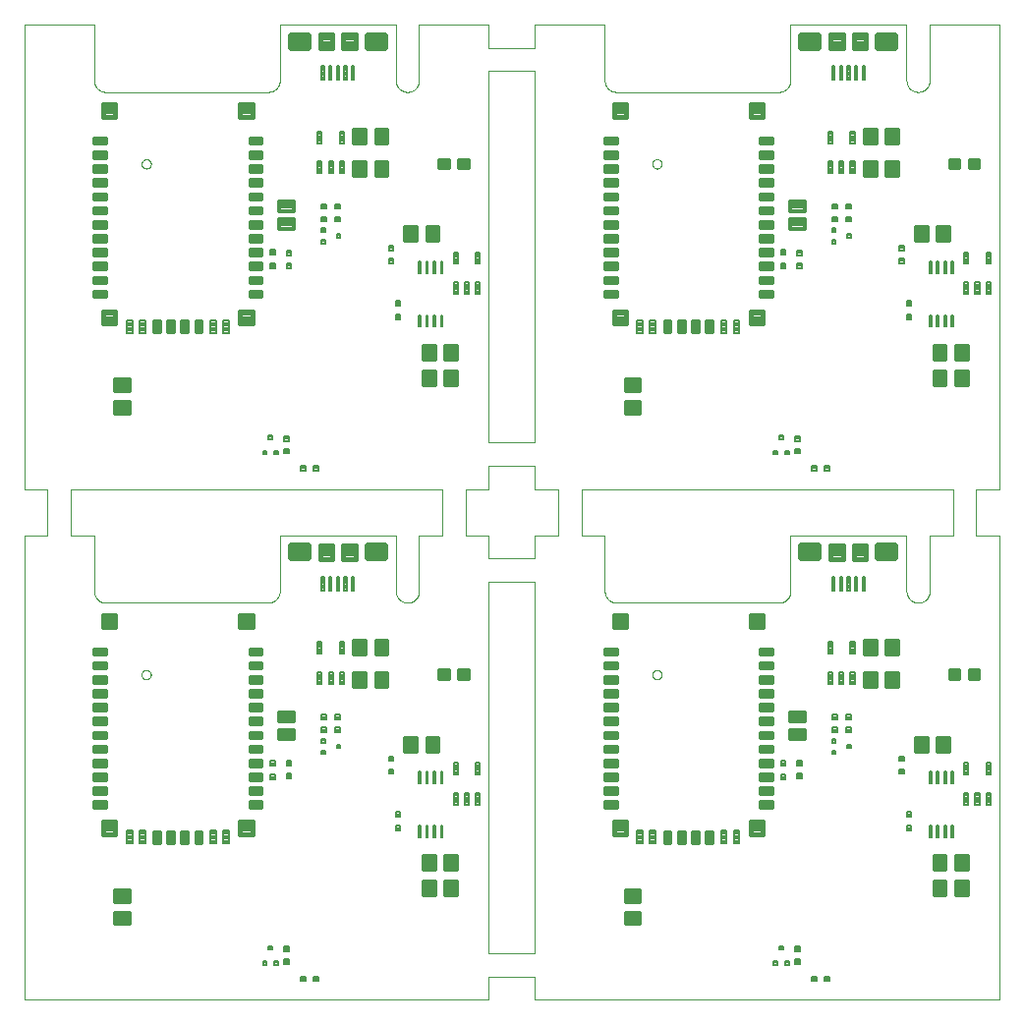
<source format=gtp>
G75*
%MOIN*%
%OFA0B0*%
%FSLAX25Y25*%
%IPPOS*%
%LPD*%
%AMOC8*
5,1,8,0,0,1.08239X$1,22.5*
%
%ADD10C,0.00000*%
%ADD11C,0.00945*%
%ADD12C,0.01772*%
%ADD13C,0.00827*%
%ADD14C,0.00780*%
%ADD15C,0.00785*%
%ADD16C,0.01535*%
%ADD17C,0.01380*%
%ADD18C,0.00787*%
%ADD19C,0.01890*%
%ADD20C,0.01181*%
D10*
X0001680Y0001394D02*
X0001680Y0158874D01*
X0009555Y0158874D01*
X0009555Y0174622D01*
X0001680Y0174622D01*
X0001680Y0332102D01*
X0025303Y0332102D01*
X0025303Y0313205D01*
X0025305Y0313081D01*
X0025311Y0312958D01*
X0025320Y0312834D01*
X0025334Y0312712D01*
X0025351Y0312589D01*
X0025373Y0312467D01*
X0025398Y0312346D01*
X0025427Y0312226D01*
X0025459Y0312107D01*
X0025496Y0311988D01*
X0025536Y0311871D01*
X0025579Y0311756D01*
X0025627Y0311641D01*
X0025678Y0311529D01*
X0025732Y0311418D01*
X0025790Y0311308D01*
X0025851Y0311201D01*
X0025916Y0311095D01*
X0025984Y0310992D01*
X0026055Y0310891D01*
X0026129Y0310792D01*
X0026206Y0310695D01*
X0026287Y0310601D01*
X0026370Y0310510D01*
X0026456Y0310421D01*
X0026545Y0310335D01*
X0026636Y0310252D01*
X0026730Y0310171D01*
X0026827Y0310094D01*
X0026926Y0310020D01*
X0027027Y0309949D01*
X0027130Y0309881D01*
X0027236Y0309816D01*
X0027343Y0309755D01*
X0027453Y0309697D01*
X0027564Y0309643D01*
X0027676Y0309592D01*
X0027791Y0309544D01*
X0027906Y0309501D01*
X0028023Y0309461D01*
X0028142Y0309424D01*
X0028261Y0309392D01*
X0028381Y0309363D01*
X0028502Y0309338D01*
X0028624Y0309316D01*
X0028747Y0309299D01*
X0028869Y0309285D01*
X0028993Y0309276D01*
X0029116Y0309270D01*
X0029240Y0309268D01*
X0084358Y0309268D01*
X0084482Y0309270D01*
X0084605Y0309276D01*
X0084729Y0309285D01*
X0084851Y0309299D01*
X0084974Y0309316D01*
X0085096Y0309338D01*
X0085217Y0309363D01*
X0085337Y0309392D01*
X0085456Y0309424D01*
X0085575Y0309461D01*
X0085692Y0309501D01*
X0085807Y0309544D01*
X0085922Y0309592D01*
X0086034Y0309643D01*
X0086145Y0309697D01*
X0086255Y0309755D01*
X0086362Y0309816D01*
X0086468Y0309881D01*
X0086571Y0309949D01*
X0086672Y0310020D01*
X0086771Y0310094D01*
X0086868Y0310171D01*
X0086962Y0310252D01*
X0087053Y0310335D01*
X0087142Y0310421D01*
X0087228Y0310510D01*
X0087311Y0310601D01*
X0087392Y0310695D01*
X0087469Y0310792D01*
X0087543Y0310891D01*
X0087614Y0310992D01*
X0087682Y0311095D01*
X0087747Y0311201D01*
X0087808Y0311308D01*
X0087866Y0311418D01*
X0087920Y0311529D01*
X0087971Y0311641D01*
X0088019Y0311756D01*
X0088062Y0311871D01*
X0088102Y0311988D01*
X0088139Y0312107D01*
X0088171Y0312226D01*
X0088200Y0312346D01*
X0088225Y0312467D01*
X0088247Y0312589D01*
X0088264Y0312712D01*
X0088278Y0312834D01*
X0088287Y0312958D01*
X0088293Y0313081D01*
X0088295Y0313205D01*
X0088295Y0332102D01*
X0127665Y0332102D01*
X0127665Y0313205D01*
X0127667Y0313081D01*
X0127673Y0312958D01*
X0127682Y0312834D01*
X0127696Y0312712D01*
X0127713Y0312589D01*
X0127735Y0312467D01*
X0127760Y0312346D01*
X0127789Y0312226D01*
X0127821Y0312107D01*
X0127858Y0311988D01*
X0127898Y0311871D01*
X0127941Y0311756D01*
X0127989Y0311641D01*
X0128040Y0311529D01*
X0128094Y0311418D01*
X0128152Y0311308D01*
X0128213Y0311201D01*
X0128278Y0311095D01*
X0128346Y0310992D01*
X0128417Y0310891D01*
X0128491Y0310792D01*
X0128568Y0310695D01*
X0128649Y0310601D01*
X0128732Y0310510D01*
X0128818Y0310421D01*
X0128907Y0310335D01*
X0128998Y0310252D01*
X0129092Y0310171D01*
X0129189Y0310094D01*
X0129288Y0310020D01*
X0129389Y0309949D01*
X0129492Y0309881D01*
X0129598Y0309816D01*
X0129705Y0309755D01*
X0129815Y0309697D01*
X0129926Y0309643D01*
X0130038Y0309592D01*
X0130153Y0309544D01*
X0130268Y0309501D01*
X0130385Y0309461D01*
X0130504Y0309424D01*
X0130623Y0309392D01*
X0130743Y0309363D01*
X0130864Y0309338D01*
X0130986Y0309316D01*
X0131109Y0309299D01*
X0131231Y0309285D01*
X0131355Y0309276D01*
X0131478Y0309270D01*
X0131602Y0309268D01*
X0131726Y0309270D01*
X0131849Y0309276D01*
X0131973Y0309285D01*
X0132095Y0309299D01*
X0132218Y0309316D01*
X0132340Y0309338D01*
X0132461Y0309363D01*
X0132581Y0309392D01*
X0132700Y0309424D01*
X0132819Y0309461D01*
X0132936Y0309501D01*
X0133051Y0309544D01*
X0133166Y0309592D01*
X0133278Y0309643D01*
X0133389Y0309697D01*
X0133499Y0309755D01*
X0133606Y0309816D01*
X0133712Y0309881D01*
X0133815Y0309949D01*
X0133916Y0310020D01*
X0134015Y0310094D01*
X0134112Y0310171D01*
X0134206Y0310252D01*
X0134297Y0310335D01*
X0134386Y0310421D01*
X0134472Y0310510D01*
X0134555Y0310601D01*
X0134636Y0310695D01*
X0134713Y0310792D01*
X0134787Y0310891D01*
X0134858Y0310992D01*
X0134926Y0311095D01*
X0134991Y0311201D01*
X0135052Y0311308D01*
X0135110Y0311418D01*
X0135164Y0311529D01*
X0135215Y0311641D01*
X0135263Y0311756D01*
X0135306Y0311871D01*
X0135346Y0311988D01*
X0135383Y0312107D01*
X0135415Y0312226D01*
X0135444Y0312346D01*
X0135469Y0312467D01*
X0135491Y0312589D01*
X0135508Y0312712D01*
X0135522Y0312834D01*
X0135531Y0312958D01*
X0135537Y0313081D01*
X0135539Y0313205D01*
X0135539Y0332102D01*
X0159161Y0332102D01*
X0159161Y0324228D01*
X0174909Y0324228D01*
X0174909Y0332102D01*
X0198531Y0332102D01*
X0198531Y0313205D01*
X0198533Y0313081D01*
X0198539Y0312958D01*
X0198548Y0312834D01*
X0198562Y0312712D01*
X0198579Y0312589D01*
X0198601Y0312467D01*
X0198626Y0312346D01*
X0198655Y0312226D01*
X0198687Y0312107D01*
X0198724Y0311988D01*
X0198764Y0311871D01*
X0198807Y0311756D01*
X0198855Y0311641D01*
X0198906Y0311529D01*
X0198960Y0311418D01*
X0199018Y0311308D01*
X0199079Y0311201D01*
X0199144Y0311095D01*
X0199212Y0310992D01*
X0199283Y0310891D01*
X0199357Y0310792D01*
X0199434Y0310695D01*
X0199515Y0310601D01*
X0199598Y0310510D01*
X0199684Y0310421D01*
X0199773Y0310335D01*
X0199864Y0310252D01*
X0199958Y0310171D01*
X0200055Y0310094D01*
X0200154Y0310020D01*
X0200255Y0309949D01*
X0200358Y0309881D01*
X0200464Y0309816D01*
X0200571Y0309755D01*
X0200681Y0309697D01*
X0200792Y0309643D01*
X0200904Y0309592D01*
X0201019Y0309544D01*
X0201134Y0309501D01*
X0201251Y0309461D01*
X0201370Y0309424D01*
X0201489Y0309392D01*
X0201609Y0309363D01*
X0201730Y0309338D01*
X0201852Y0309316D01*
X0201975Y0309299D01*
X0202097Y0309285D01*
X0202221Y0309276D01*
X0202344Y0309270D01*
X0202468Y0309268D01*
X0257586Y0309268D01*
X0257710Y0309270D01*
X0257833Y0309276D01*
X0257957Y0309285D01*
X0258079Y0309299D01*
X0258202Y0309316D01*
X0258324Y0309338D01*
X0258445Y0309363D01*
X0258565Y0309392D01*
X0258684Y0309424D01*
X0258803Y0309461D01*
X0258920Y0309501D01*
X0259035Y0309544D01*
X0259150Y0309592D01*
X0259262Y0309643D01*
X0259373Y0309697D01*
X0259483Y0309755D01*
X0259590Y0309816D01*
X0259696Y0309881D01*
X0259799Y0309949D01*
X0259900Y0310020D01*
X0259999Y0310094D01*
X0260096Y0310171D01*
X0260190Y0310252D01*
X0260281Y0310335D01*
X0260370Y0310421D01*
X0260456Y0310510D01*
X0260539Y0310601D01*
X0260620Y0310695D01*
X0260697Y0310792D01*
X0260771Y0310891D01*
X0260842Y0310992D01*
X0260910Y0311095D01*
X0260975Y0311201D01*
X0261036Y0311308D01*
X0261094Y0311418D01*
X0261148Y0311529D01*
X0261199Y0311641D01*
X0261247Y0311756D01*
X0261290Y0311871D01*
X0261330Y0311988D01*
X0261367Y0312107D01*
X0261399Y0312226D01*
X0261428Y0312346D01*
X0261453Y0312467D01*
X0261475Y0312589D01*
X0261492Y0312712D01*
X0261506Y0312834D01*
X0261515Y0312958D01*
X0261521Y0313081D01*
X0261523Y0313205D01*
X0261523Y0332102D01*
X0300893Y0332102D01*
X0300893Y0313205D01*
X0300895Y0313081D01*
X0300901Y0312958D01*
X0300910Y0312834D01*
X0300924Y0312712D01*
X0300941Y0312589D01*
X0300963Y0312467D01*
X0300988Y0312346D01*
X0301017Y0312226D01*
X0301049Y0312107D01*
X0301086Y0311988D01*
X0301126Y0311871D01*
X0301169Y0311756D01*
X0301217Y0311641D01*
X0301268Y0311529D01*
X0301322Y0311418D01*
X0301380Y0311308D01*
X0301441Y0311201D01*
X0301506Y0311095D01*
X0301574Y0310992D01*
X0301645Y0310891D01*
X0301719Y0310792D01*
X0301796Y0310695D01*
X0301877Y0310601D01*
X0301960Y0310510D01*
X0302046Y0310421D01*
X0302135Y0310335D01*
X0302226Y0310252D01*
X0302320Y0310171D01*
X0302417Y0310094D01*
X0302516Y0310020D01*
X0302617Y0309949D01*
X0302720Y0309881D01*
X0302826Y0309816D01*
X0302933Y0309755D01*
X0303043Y0309697D01*
X0303154Y0309643D01*
X0303266Y0309592D01*
X0303381Y0309544D01*
X0303496Y0309501D01*
X0303613Y0309461D01*
X0303732Y0309424D01*
X0303851Y0309392D01*
X0303971Y0309363D01*
X0304092Y0309338D01*
X0304214Y0309316D01*
X0304337Y0309299D01*
X0304459Y0309285D01*
X0304583Y0309276D01*
X0304706Y0309270D01*
X0304830Y0309268D01*
X0304954Y0309270D01*
X0305077Y0309276D01*
X0305201Y0309285D01*
X0305323Y0309299D01*
X0305446Y0309316D01*
X0305568Y0309338D01*
X0305689Y0309363D01*
X0305809Y0309392D01*
X0305928Y0309424D01*
X0306047Y0309461D01*
X0306164Y0309501D01*
X0306279Y0309544D01*
X0306394Y0309592D01*
X0306506Y0309643D01*
X0306617Y0309697D01*
X0306727Y0309755D01*
X0306834Y0309816D01*
X0306940Y0309881D01*
X0307043Y0309949D01*
X0307144Y0310020D01*
X0307243Y0310094D01*
X0307340Y0310171D01*
X0307434Y0310252D01*
X0307525Y0310335D01*
X0307614Y0310421D01*
X0307700Y0310510D01*
X0307783Y0310601D01*
X0307864Y0310695D01*
X0307941Y0310792D01*
X0308015Y0310891D01*
X0308086Y0310992D01*
X0308154Y0311095D01*
X0308219Y0311201D01*
X0308280Y0311308D01*
X0308338Y0311418D01*
X0308392Y0311529D01*
X0308443Y0311641D01*
X0308491Y0311756D01*
X0308534Y0311871D01*
X0308574Y0311988D01*
X0308611Y0312107D01*
X0308643Y0312226D01*
X0308672Y0312346D01*
X0308697Y0312467D01*
X0308719Y0312589D01*
X0308736Y0312712D01*
X0308750Y0312834D01*
X0308759Y0312958D01*
X0308765Y0313081D01*
X0308767Y0313205D01*
X0308767Y0332102D01*
X0332389Y0332102D01*
X0332389Y0174622D01*
X0324515Y0174622D01*
X0324515Y0158874D01*
X0332389Y0158874D01*
X0332389Y0001394D01*
X0174909Y0001394D01*
X0174909Y0009268D01*
X0159161Y0009268D01*
X0159161Y0001394D01*
X0001680Y0001394D01*
X0041444Y0111630D02*
X0041446Y0111709D01*
X0041452Y0111788D01*
X0041462Y0111867D01*
X0041476Y0111945D01*
X0041493Y0112022D01*
X0041515Y0112098D01*
X0041540Y0112173D01*
X0041570Y0112246D01*
X0041602Y0112318D01*
X0041639Y0112389D01*
X0041679Y0112457D01*
X0041722Y0112523D01*
X0041768Y0112587D01*
X0041818Y0112649D01*
X0041871Y0112708D01*
X0041926Y0112764D01*
X0041985Y0112818D01*
X0042046Y0112868D01*
X0042109Y0112916D01*
X0042175Y0112960D01*
X0042243Y0113001D01*
X0042313Y0113038D01*
X0042384Y0113072D01*
X0042458Y0113102D01*
X0042532Y0113128D01*
X0042608Y0113150D01*
X0042685Y0113169D01*
X0042763Y0113184D01*
X0042841Y0113195D01*
X0042920Y0113202D01*
X0042999Y0113205D01*
X0043078Y0113204D01*
X0043157Y0113199D01*
X0043236Y0113190D01*
X0043314Y0113177D01*
X0043391Y0113160D01*
X0043468Y0113140D01*
X0043543Y0113115D01*
X0043617Y0113087D01*
X0043690Y0113055D01*
X0043760Y0113020D01*
X0043829Y0112981D01*
X0043896Y0112938D01*
X0043961Y0112892D01*
X0044023Y0112844D01*
X0044083Y0112792D01*
X0044140Y0112737D01*
X0044194Y0112679D01*
X0044245Y0112619D01*
X0044293Y0112556D01*
X0044338Y0112491D01*
X0044380Y0112423D01*
X0044418Y0112354D01*
X0044452Y0112283D01*
X0044483Y0112210D01*
X0044511Y0112135D01*
X0044534Y0112060D01*
X0044554Y0111983D01*
X0044570Y0111906D01*
X0044582Y0111827D01*
X0044590Y0111749D01*
X0044594Y0111670D01*
X0044594Y0111590D01*
X0044590Y0111511D01*
X0044582Y0111433D01*
X0044570Y0111354D01*
X0044554Y0111277D01*
X0044534Y0111200D01*
X0044511Y0111125D01*
X0044483Y0111050D01*
X0044452Y0110977D01*
X0044418Y0110906D01*
X0044380Y0110837D01*
X0044338Y0110769D01*
X0044293Y0110704D01*
X0044245Y0110641D01*
X0044194Y0110581D01*
X0044140Y0110523D01*
X0044083Y0110468D01*
X0044023Y0110416D01*
X0043961Y0110368D01*
X0043896Y0110322D01*
X0043829Y0110279D01*
X0043760Y0110240D01*
X0043690Y0110205D01*
X0043617Y0110173D01*
X0043543Y0110145D01*
X0043468Y0110120D01*
X0043391Y0110100D01*
X0043314Y0110083D01*
X0043236Y0110070D01*
X0043157Y0110061D01*
X0043078Y0110056D01*
X0042999Y0110055D01*
X0042920Y0110058D01*
X0042841Y0110065D01*
X0042763Y0110076D01*
X0042685Y0110091D01*
X0042608Y0110110D01*
X0042532Y0110132D01*
X0042458Y0110158D01*
X0042384Y0110188D01*
X0042313Y0110222D01*
X0042243Y0110259D01*
X0042175Y0110300D01*
X0042109Y0110344D01*
X0042046Y0110392D01*
X0041985Y0110442D01*
X0041926Y0110496D01*
X0041871Y0110552D01*
X0041818Y0110611D01*
X0041768Y0110673D01*
X0041722Y0110737D01*
X0041679Y0110803D01*
X0041639Y0110871D01*
X0041602Y0110942D01*
X0041570Y0111014D01*
X0041540Y0111087D01*
X0041515Y0111162D01*
X0041493Y0111238D01*
X0041476Y0111315D01*
X0041462Y0111393D01*
X0041452Y0111472D01*
X0041446Y0111551D01*
X0041444Y0111630D01*
X0029240Y0136039D02*
X0084358Y0136039D01*
X0084482Y0136041D01*
X0084605Y0136047D01*
X0084729Y0136056D01*
X0084851Y0136070D01*
X0084974Y0136087D01*
X0085096Y0136109D01*
X0085217Y0136134D01*
X0085337Y0136163D01*
X0085456Y0136195D01*
X0085575Y0136232D01*
X0085692Y0136272D01*
X0085807Y0136315D01*
X0085922Y0136363D01*
X0086034Y0136414D01*
X0086145Y0136468D01*
X0086255Y0136526D01*
X0086362Y0136587D01*
X0086468Y0136652D01*
X0086571Y0136720D01*
X0086672Y0136791D01*
X0086771Y0136865D01*
X0086868Y0136942D01*
X0086962Y0137023D01*
X0087053Y0137106D01*
X0087142Y0137192D01*
X0087228Y0137281D01*
X0087311Y0137372D01*
X0087392Y0137466D01*
X0087469Y0137563D01*
X0087543Y0137662D01*
X0087614Y0137763D01*
X0087682Y0137866D01*
X0087747Y0137972D01*
X0087808Y0138079D01*
X0087866Y0138189D01*
X0087920Y0138300D01*
X0087971Y0138412D01*
X0088019Y0138527D01*
X0088062Y0138642D01*
X0088102Y0138759D01*
X0088139Y0138878D01*
X0088171Y0138997D01*
X0088200Y0139117D01*
X0088225Y0139238D01*
X0088247Y0139360D01*
X0088264Y0139483D01*
X0088278Y0139605D01*
X0088287Y0139729D01*
X0088293Y0139852D01*
X0088295Y0139976D01*
X0088295Y0158874D01*
X0127665Y0158874D01*
X0127665Y0139976D01*
X0127667Y0139852D01*
X0127673Y0139729D01*
X0127682Y0139605D01*
X0127696Y0139483D01*
X0127713Y0139360D01*
X0127735Y0139238D01*
X0127760Y0139117D01*
X0127789Y0138997D01*
X0127821Y0138878D01*
X0127858Y0138759D01*
X0127898Y0138642D01*
X0127941Y0138527D01*
X0127989Y0138412D01*
X0128040Y0138300D01*
X0128094Y0138189D01*
X0128152Y0138079D01*
X0128213Y0137972D01*
X0128278Y0137866D01*
X0128346Y0137763D01*
X0128417Y0137662D01*
X0128491Y0137563D01*
X0128568Y0137466D01*
X0128649Y0137372D01*
X0128732Y0137281D01*
X0128818Y0137192D01*
X0128907Y0137106D01*
X0128998Y0137023D01*
X0129092Y0136942D01*
X0129189Y0136865D01*
X0129288Y0136791D01*
X0129389Y0136720D01*
X0129492Y0136652D01*
X0129598Y0136587D01*
X0129705Y0136526D01*
X0129815Y0136468D01*
X0129926Y0136414D01*
X0130038Y0136363D01*
X0130153Y0136315D01*
X0130268Y0136272D01*
X0130385Y0136232D01*
X0130504Y0136195D01*
X0130623Y0136163D01*
X0130743Y0136134D01*
X0130864Y0136109D01*
X0130986Y0136087D01*
X0131109Y0136070D01*
X0131231Y0136056D01*
X0131355Y0136047D01*
X0131478Y0136041D01*
X0131602Y0136039D01*
X0131726Y0136041D01*
X0131849Y0136047D01*
X0131973Y0136056D01*
X0132095Y0136070D01*
X0132218Y0136087D01*
X0132340Y0136109D01*
X0132461Y0136134D01*
X0132581Y0136163D01*
X0132700Y0136195D01*
X0132819Y0136232D01*
X0132936Y0136272D01*
X0133051Y0136315D01*
X0133166Y0136363D01*
X0133278Y0136414D01*
X0133389Y0136468D01*
X0133499Y0136526D01*
X0133606Y0136587D01*
X0133712Y0136652D01*
X0133815Y0136720D01*
X0133916Y0136791D01*
X0134015Y0136865D01*
X0134112Y0136942D01*
X0134206Y0137023D01*
X0134297Y0137106D01*
X0134386Y0137192D01*
X0134472Y0137281D01*
X0134555Y0137372D01*
X0134636Y0137466D01*
X0134713Y0137563D01*
X0134787Y0137662D01*
X0134858Y0137763D01*
X0134926Y0137866D01*
X0134991Y0137972D01*
X0135052Y0138079D01*
X0135110Y0138189D01*
X0135164Y0138300D01*
X0135215Y0138412D01*
X0135263Y0138527D01*
X0135306Y0138642D01*
X0135346Y0138759D01*
X0135383Y0138878D01*
X0135415Y0138997D01*
X0135444Y0139117D01*
X0135469Y0139238D01*
X0135491Y0139360D01*
X0135508Y0139483D01*
X0135522Y0139605D01*
X0135531Y0139729D01*
X0135537Y0139852D01*
X0135539Y0139976D01*
X0135539Y0158874D01*
X0143413Y0158874D01*
X0143413Y0174622D01*
X0017429Y0174622D01*
X0017429Y0158874D01*
X0025303Y0158874D01*
X0025303Y0139976D01*
X0025305Y0139852D01*
X0025311Y0139729D01*
X0025320Y0139605D01*
X0025334Y0139483D01*
X0025351Y0139360D01*
X0025373Y0139238D01*
X0025398Y0139117D01*
X0025427Y0138997D01*
X0025459Y0138878D01*
X0025496Y0138759D01*
X0025536Y0138642D01*
X0025579Y0138527D01*
X0025627Y0138412D01*
X0025678Y0138300D01*
X0025732Y0138189D01*
X0025790Y0138079D01*
X0025851Y0137972D01*
X0025916Y0137866D01*
X0025984Y0137763D01*
X0026055Y0137662D01*
X0026129Y0137563D01*
X0026206Y0137466D01*
X0026287Y0137372D01*
X0026370Y0137281D01*
X0026456Y0137192D01*
X0026545Y0137106D01*
X0026636Y0137023D01*
X0026730Y0136942D01*
X0026827Y0136865D01*
X0026926Y0136791D01*
X0027027Y0136720D01*
X0027130Y0136652D01*
X0027236Y0136587D01*
X0027343Y0136526D01*
X0027453Y0136468D01*
X0027564Y0136414D01*
X0027676Y0136363D01*
X0027791Y0136315D01*
X0027906Y0136272D01*
X0028023Y0136232D01*
X0028142Y0136195D01*
X0028261Y0136163D01*
X0028381Y0136134D01*
X0028502Y0136109D01*
X0028624Y0136087D01*
X0028747Y0136070D01*
X0028869Y0136056D01*
X0028993Y0136047D01*
X0029116Y0136041D01*
X0029240Y0136039D01*
X0151287Y0158874D02*
X0151287Y0174622D01*
X0159161Y0174622D01*
X0159161Y0182496D01*
X0174909Y0182496D01*
X0174909Y0174622D01*
X0182783Y0174622D01*
X0182783Y0158874D01*
X0174909Y0158874D01*
X0174909Y0151000D01*
X0159161Y0151000D01*
X0159161Y0158874D01*
X0151287Y0158874D01*
X0159161Y0143126D02*
X0174909Y0143126D01*
X0174909Y0017142D01*
X0159161Y0017142D01*
X0159161Y0143126D01*
X0190657Y0158874D02*
X0190657Y0174622D01*
X0316641Y0174622D01*
X0316641Y0158874D01*
X0308767Y0158874D01*
X0308767Y0139976D01*
X0304830Y0136039D02*
X0304706Y0136041D01*
X0304583Y0136047D01*
X0304459Y0136056D01*
X0304337Y0136070D01*
X0304214Y0136087D01*
X0304092Y0136109D01*
X0303971Y0136134D01*
X0303851Y0136163D01*
X0303732Y0136195D01*
X0303613Y0136232D01*
X0303496Y0136272D01*
X0303381Y0136315D01*
X0303266Y0136363D01*
X0303154Y0136414D01*
X0303043Y0136468D01*
X0302933Y0136526D01*
X0302826Y0136587D01*
X0302720Y0136652D01*
X0302617Y0136720D01*
X0302516Y0136791D01*
X0302417Y0136865D01*
X0302320Y0136942D01*
X0302226Y0137023D01*
X0302135Y0137106D01*
X0302046Y0137192D01*
X0301960Y0137281D01*
X0301877Y0137372D01*
X0301796Y0137466D01*
X0301719Y0137563D01*
X0301645Y0137662D01*
X0301574Y0137763D01*
X0301506Y0137866D01*
X0301441Y0137972D01*
X0301380Y0138079D01*
X0301322Y0138189D01*
X0301268Y0138300D01*
X0301217Y0138412D01*
X0301169Y0138527D01*
X0301126Y0138642D01*
X0301086Y0138759D01*
X0301049Y0138878D01*
X0301017Y0138997D01*
X0300988Y0139117D01*
X0300963Y0139238D01*
X0300941Y0139360D01*
X0300924Y0139483D01*
X0300910Y0139605D01*
X0300901Y0139729D01*
X0300895Y0139852D01*
X0300893Y0139976D01*
X0300893Y0158874D01*
X0261523Y0158874D01*
X0261523Y0139976D01*
X0261521Y0139852D01*
X0261515Y0139729D01*
X0261506Y0139605D01*
X0261492Y0139483D01*
X0261475Y0139360D01*
X0261453Y0139238D01*
X0261428Y0139117D01*
X0261399Y0138997D01*
X0261367Y0138878D01*
X0261330Y0138759D01*
X0261290Y0138642D01*
X0261247Y0138527D01*
X0261199Y0138412D01*
X0261148Y0138300D01*
X0261094Y0138189D01*
X0261036Y0138079D01*
X0260975Y0137972D01*
X0260910Y0137866D01*
X0260842Y0137763D01*
X0260771Y0137662D01*
X0260697Y0137563D01*
X0260620Y0137466D01*
X0260539Y0137372D01*
X0260456Y0137281D01*
X0260370Y0137192D01*
X0260281Y0137106D01*
X0260190Y0137023D01*
X0260096Y0136942D01*
X0259999Y0136865D01*
X0259900Y0136791D01*
X0259799Y0136720D01*
X0259696Y0136652D01*
X0259590Y0136587D01*
X0259483Y0136526D01*
X0259373Y0136468D01*
X0259262Y0136414D01*
X0259150Y0136363D01*
X0259035Y0136315D01*
X0258920Y0136272D01*
X0258803Y0136232D01*
X0258684Y0136195D01*
X0258565Y0136163D01*
X0258445Y0136134D01*
X0258324Y0136109D01*
X0258202Y0136087D01*
X0258079Y0136070D01*
X0257957Y0136056D01*
X0257833Y0136047D01*
X0257710Y0136041D01*
X0257586Y0136039D01*
X0202468Y0136039D01*
X0202344Y0136041D01*
X0202221Y0136047D01*
X0202097Y0136056D01*
X0201975Y0136070D01*
X0201852Y0136087D01*
X0201730Y0136109D01*
X0201609Y0136134D01*
X0201489Y0136163D01*
X0201370Y0136195D01*
X0201251Y0136232D01*
X0201134Y0136272D01*
X0201019Y0136315D01*
X0200904Y0136363D01*
X0200792Y0136414D01*
X0200681Y0136468D01*
X0200571Y0136526D01*
X0200464Y0136587D01*
X0200358Y0136652D01*
X0200255Y0136720D01*
X0200154Y0136791D01*
X0200055Y0136865D01*
X0199958Y0136942D01*
X0199864Y0137023D01*
X0199773Y0137106D01*
X0199684Y0137192D01*
X0199598Y0137281D01*
X0199515Y0137372D01*
X0199434Y0137466D01*
X0199357Y0137563D01*
X0199283Y0137662D01*
X0199212Y0137763D01*
X0199144Y0137866D01*
X0199079Y0137972D01*
X0199018Y0138079D01*
X0198960Y0138189D01*
X0198906Y0138300D01*
X0198855Y0138412D01*
X0198807Y0138527D01*
X0198764Y0138642D01*
X0198724Y0138759D01*
X0198687Y0138878D01*
X0198655Y0138997D01*
X0198626Y0139117D01*
X0198601Y0139238D01*
X0198579Y0139360D01*
X0198562Y0139483D01*
X0198548Y0139605D01*
X0198539Y0139729D01*
X0198533Y0139852D01*
X0198531Y0139976D01*
X0198531Y0158874D01*
X0190657Y0158874D01*
X0174909Y0190370D02*
X0159161Y0190370D01*
X0159161Y0316354D01*
X0174909Y0316354D01*
X0174909Y0190370D01*
X0214672Y0111630D02*
X0214674Y0111709D01*
X0214680Y0111788D01*
X0214690Y0111867D01*
X0214704Y0111945D01*
X0214721Y0112022D01*
X0214743Y0112098D01*
X0214768Y0112173D01*
X0214798Y0112246D01*
X0214830Y0112318D01*
X0214867Y0112389D01*
X0214907Y0112457D01*
X0214950Y0112523D01*
X0214996Y0112587D01*
X0215046Y0112649D01*
X0215099Y0112708D01*
X0215154Y0112764D01*
X0215213Y0112818D01*
X0215274Y0112868D01*
X0215337Y0112916D01*
X0215403Y0112960D01*
X0215471Y0113001D01*
X0215541Y0113038D01*
X0215612Y0113072D01*
X0215686Y0113102D01*
X0215760Y0113128D01*
X0215836Y0113150D01*
X0215913Y0113169D01*
X0215991Y0113184D01*
X0216069Y0113195D01*
X0216148Y0113202D01*
X0216227Y0113205D01*
X0216306Y0113204D01*
X0216385Y0113199D01*
X0216464Y0113190D01*
X0216542Y0113177D01*
X0216619Y0113160D01*
X0216696Y0113140D01*
X0216771Y0113115D01*
X0216845Y0113087D01*
X0216918Y0113055D01*
X0216988Y0113020D01*
X0217057Y0112981D01*
X0217124Y0112938D01*
X0217189Y0112892D01*
X0217251Y0112844D01*
X0217311Y0112792D01*
X0217368Y0112737D01*
X0217422Y0112679D01*
X0217473Y0112619D01*
X0217521Y0112556D01*
X0217566Y0112491D01*
X0217608Y0112423D01*
X0217646Y0112354D01*
X0217680Y0112283D01*
X0217711Y0112210D01*
X0217739Y0112135D01*
X0217762Y0112060D01*
X0217782Y0111983D01*
X0217798Y0111906D01*
X0217810Y0111827D01*
X0217818Y0111749D01*
X0217822Y0111670D01*
X0217822Y0111590D01*
X0217818Y0111511D01*
X0217810Y0111433D01*
X0217798Y0111354D01*
X0217782Y0111277D01*
X0217762Y0111200D01*
X0217739Y0111125D01*
X0217711Y0111050D01*
X0217680Y0110977D01*
X0217646Y0110906D01*
X0217608Y0110837D01*
X0217566Y0110769D01*
X0217521Y0110704D01*
X0217473Y0110641D01*
X0217422Y0110581D01*
X0217368Y0110523D01*
X0217311Y0110468D01*
X0217251Y0110416D01*
X0217189Y0110368D01*
X0217124Y0110322D01*
X0217057Y0110279D01*
X0216988Y0110240D01*
X0216918Y0110205D01*
X0216845Y0110173D01*
X0216771Y0110145D01*
X0216696Y0110120D01*
X0216619Y0110100D01*
X0216542Y0110083D01*
X0216464Y0110070D01*
X0216385Y0110061D01*
X0216306Y0110056D01*
X0216227Y0110055D01*
X0216148Y0110058D01*
X0216069Y0110065D01*
X0215991Y0110076D01*
X0215913Y0110091D01*
X0215836Y0110110D01*
X0215760Y0110132D01*
X0215686Y0110158D01*
X0215612Y0110188D01*
X0215541Y0110222D01*
X0215471Y0110259D01*
X0215403Y0110300D01*
X0215337Y0110344D01*
X0215274Y0110392D01*
X0215213Y0110442D01*
X0215154Y0110496D01*
X0215099Y0110552D01*
X0215046Y0110611D01*
X0214996Y0110673D01*
X0214950Y0110737D01*
X0214907Y0110803D01*
X0214867Y0110871D01*
X0214830Y0110942D01*
X0214798Y0111014D01*
X0214768Y0111087D01*
X0214743Y0111162D01*
X0214721Y0111238D01*
X0214704Y0111315D01*
X0214690Y0111393D01*
X0214680Y0111472D01*
X0214674Y0111551D01*
X0214672Y0111630D01*
X0304830Y0136039D02*
X0304954Y0136041D01*
X0305077Y0136047D01*
X0305201Y0136056D01*
X0305323Y0136070D01*
X0305446Y0136087D01*
X0305568Y0136109D01*
X0305689Y0136134D01*
X0305809Y0136163D01*
X0305928Y0136195D01*
X0306047Y0136232D01*
X0306164Y0136272D01*
X0306279Y0136315D01*
X0306394Y0136363D01*
X0306506Y0136414D01*
X0306617Y0136468D01*
X0306727Y0136526D01*
X0306834Y0136587D01*
X0306940Y0136652D01*
X0307043Y0136720D01*
X0307144Y0136791D01*
X0307243Y0136865D01*
X0307340Y0136942D01*
X0307434Y0137023D01*
X0307525Y0137106D01*
X0307614Y0137192D01*
X0307700Y0137281D01*
X0307783Y0137372D01*
X0307864Y0137466D01*
X0307941Y0137563D01*
X0308015Y0137662D01*
X0308086Y0137763D01*
X0308154Y0137866D01*
X0308219Y0137972D01*
X0308280Y0138079D01*
X0308338Y0138189D01*
X0308392Y0138300D01*
X0308443Y0138412D01*
X0308491Y0138527D01*
X0308534Y0138642D01*
X0308574Y0138759D01*
X0308611Y0138878D01*
X0308643Y0138997D01*
X0308672Y0139117D01*
X0308697Y0139238D01*
X0308719Y0139360D01*
X0308736Y0139483D01*
X0308750Y0139605D01*
X0308759Y0139729D01*
X0308765Y0139852D01*
X0308767Y0139976D01*
X0214672Y0284858D02*
X0214674Y0284937D01*
X0214680Y0285016D01*
X0214690Y0285095D01*
X0214704Y0285173D01*
X0214721Y0285250D01*
X0214743Y0285326D01*
X0214768Y0285401D01*
X0214798Y0285474D01*
X0214830Y0285546D01*
X0214867Y0285617D01*
X0214907Y0285685D01*
X0214950Y0285751D01*
X0214996Y0285815D01*
X0215046Y0285877D01*
X0215099Y0285936D01*
X0215154Y0285992D01*
X0215213Y0286046D01*
X0215274Y0286096D01*
X0215337Y0286144D01*
X0215403Y0286188D01*
X0215471Y0286229D01*
X0215541Y0286266D01*
X0215612Y0286300D01*
X0215686Y0286330D01*
X0215760Y0286356D01*
X0215836Y0286378D01*
X0215913Y0286397D01*
X0215991Y0286412D01*
X0216069Y0286423D01*
X0216148Y0286430D01*
X0216227Y0286433D01*
X0216306Y0286432D01*
X0216385Y0286427D01*
X0216464Y0286418D01*
X0216542Y0286405D01*
X0216619Y0286388D01*
X0216696Y0286368D01*
X0216771Y0286343D01*
X0216845Y0286315D01*
X0216918Y0286283D01*
X0216988Y0286248D01*
X0217057Y0286209D01*
X0217124Y0286166D01*
X0217189Y0286120D01*
X0217251Y0286072D01*
X0217311Y0286020D01*
X0217368Y0285965D01*
X0217422Y0285907D01*
X0217473Y0285847D01*
X0217521Y0285784D01*
X0217566Y0285719D01*
X0217608Y0285651D01*
X0217646Y0285582D01*
X0217680Y0285511D01*
X0217711Y0285438D01*
X0217739Y0285363D01*
X0217762Y0285288D01*
X0217782Y0285211D01*
X0217798Y0285134D01*
X0217810Y0285055D01*
X0217818Y0284977D01*
X0217822Y0284898D01*
X0217822Y0284818D01*
X0217818Y0284739D01*
X0217810Y0284661D01*
X0217798Y0284582D01*
X0217782Y0284505D01*
X0217762Y0284428D01*
X0217739Y0284353D01*
X0217711Y0284278D01*
X0217680Y0284205D01*
X0217646Y0284134D01*
X0217608Y0284065D01*
X0217566Y0283997D01*
X0217521Y0283932D01*
X0217473Y0283869D01*
X0217422Y0283809D01*
X0217368Y0283751D01*
X0217311Y0283696D01*
X0217251Y0283644D01*
X0217189Y0283596D01*
X0217124Y0283550D01*
X0217057Y0283507D01*
X0216988Y0283468D01*
X0216918Y0283433D01*
X0216845Y0283401D01*
X0216771Y0283373D01*
X0216696Y0283348D01*
X0216619Y0283328D01*
X0216542Y0283311D01*
X0216464Y0283298D01*
X0216385Y0283289D01*
X0216306Y0283284D01*
X0216227Y0283283D01*
X0216148Y0283286D01*
X0216069Y0283293D01*
X0215991Y0283304D01*
X0215913Y0283319D01*
X0215836Y0283338D01*
X0215760Y0283360D01*
X0215686Y0283386D01*
X0215612Y0283416D01*
X0215541Y0283450D01*
X0215471Y0283487D01*
X0215403Y0283528D01*
X0215337Y0283572D01*
X0215274Y0283620D01*
X0215213Y0283670D01*
X0215154Y0283724D01*
X0215099Y0283780D01*
X0215046Y0283839D01*
X0214996Y0283901D01*
X0214950Y0283965D01*
X0214907Y0284031D01*
X0214867Y0284099D01*
X0214830Y0284170D01*
X0214798Y0284242D01*
X0214768Y0284315D01*
X0214743Y0284390D01*
X0214721Y0284466D01*
X0214704Y0284543D01*
X0214690Y0284621D01*
X0214680Y0284700D01*
X0214674Y0284779D01*
X0214672Y0284858D01*
X0041444Y0284858D02*
X0041446Y0284937D01*
X0041452Y0285016D01*
X0041462Y0285095D01*
X0041476Y0285173D01*
X0041493Y0285250D01*
X0041515Y0285326D01*
X0041540Y0285401D01*
X0041570Y0285474D01*
X0041602Y0285546D01*
X0041639Y0285617D01*
X0041679Y0285685D01*
X0041722Y0285751D01*
X0041768Y0285815D01*
X0041818Y0285877D01*
X0041871Y0285936D01*
X0041926Y0285992D01*
X0041985Y0286046D01*
X0042046Y0286096D01*
X0042109Y0286144D01*
X0042175Y0286188D01*
X0042243Y0286229D01*
X0042313Y0286266D01*
X0042384Y0286300D01*
X0042458Y0286330D01*
X0042532Y0286356D01*
X0042608Y0286378D01*
X0042685Y0286397D01*
X0042763Y0286412D01*
X0042841Y0286423D01*
X0042920Y0286430D01*
X0042999Y0286433D01*
X0043078Y0286432D01*
X0043157Y0286427D01*
X0043236Y0286418D01*
X0043314Y0286405D01*
X0043391Y0286388D01*
X0043468Y0286368D01*
X0043543Y0286343D01*
X0043617Y0286315D01*
X0043690Y0286283D01*
X0043760Y0286248D01*
X0043829Y0286209D01*
X0043896Y0286166D01*
X0043961Y0286120D01*
X0044023Y0286072D01*
X0044083Y0286020D01*
X0044140Y0285965D01*
X0044194Y0285907D01*
X0044245Y0285847D01*
X0044293Y0285784D01*
X0044338Y0285719D01*
X0044380Y0285651D01*
X0044418Y0285582D01*
X0044452Y0285511D01*
X0044483Y0285438D01*
X0044511Y0285363D01*
X0044534Y0285288D01*
X0044554Y0285211D01*
X0044570Y0285134D01*
X0044582Y0285055D01*
X0044590Y0284977D01*
X0044594Y0284898D01*
X0044594Y0284818D01*
X0044590Y0284739D01*
X0044582Y0284661D01*
X0044570Y0284582D01*
X0044554Y0284505D01*
X0044534Y0284428D01*
X0044511Y0284353D01*
X0044483Y0284278D01*
X0044452Y0284205D01*
X0044418Y0284134D01*
X0044380Y0284065D01*
X0044338Y0283997D01*
X0044293Y0283932D01*
X0044245Y0283869D01*
X0044194Y0283809D01*
X0044140Y0283751D01*
X0044083Y0283696D01*
X0044023Y0283644D01*
X0043961Y0283596D01*
X0043896Y0283550D01*
X0043829Y0283507D01*
X0043760Y0283468D01*
X0043690Y0283433D01*
X0043617Y0283401D01*
X0043543Y0283373D01*
X0043468Y0283348D01*
X0043391Y0283328D01*
X0043314Y0283311D01*
X0043236Y0283298D01*
X0043157Y0283289D01*
X0043078Y0283284D01*
X0042999Y0283283D01*
X0042920Y0283286D01*
X0042841Y0283293D01*
X0042763Y0283304D01*
X0042685Y0283319D01*
X0042608Y0283338D01*
X0042532Y0283360D01*
X0042458Y0283386D01*
X0042384Y0283416D01*
X0042313Y0283450D01*
X0042243Y0283487D01*
X0042175Y0283528D01*
X0042109Y0283572D01*
X0042046Y0283620D01*
X0041985Y0283670D01*
X0041926Y0283724D01*
X0041871Y0283780D01*
X0041818Y0283839D01*
X0041768Y0283901D01*
X0041722Y0283965D01*
X0041679Y0284031D01*
X0041639Y0284099D01*
X0041602Y0284170D01*
X0041570Y0284242D01*
X0041540Y0284315D01*
X0041515Y0284390D01*
X0041493Y0284466D01*
X0041476Y0284543D01*
X0041462Y0284621D01*
X0041452Y0284700D01*
X0041446Y0284779D01*
X0041444Y0284858D01*
D11*
X0029358Y0282180D02*
X0025184Y0282180D01*
X0025184Y0284386D01*
X0029358Y0284386D01*
X0029358Y0282180D01*
X0029358Y0283124D02*
X0025184Y0283124D01*
X0025184Y0284068D02*
X0029358Y0284068D01*
X0029358Y0286905D02*
X0025184Y0286905D01*
X0025184Y0289111D01*
X0029358Y0289111D01*
X0029358Y0286905D01*
X0029358Y0287849D02*
X0025184Y0287849D01*
X0025184Y0288793D02*
X0029358Y0288793D01*
X0029358Y0291629D02*
X0025184Y0291629D01*
X0025184Y0293835D01*
X0029358Y0293835D01*
X0029358Y0291629D01*
X0029358Y0292573D02*
X0025184Y0292573D01*
X0025184Y0293517D02*
X0029358Y0293517D01*
X0029358Y0277456D02*
X0025184Y0277456D01*
X0025184Y0279662D01*
X0029358Y0279662D01*
X0029358Y0277456D01*
X0029358Y0278400D02*
X0025184Y0278400D01*
X0025184Y0279344D02*
X0029358Y0279344D01*
X0029358Y0272732D02*
X0025184Y0272732D01*
X0025184Y0274938D01*
X0029358Y0274938D01*
X0029358Y0272732D01*
X0029358Y0273676D02*
X0025184Y0273676D01*
X0025184Y0274620D02*
X0029358Y0274620D01*
X0029358Y0268007D02*
X0025184Y0268007D01*
X0025184Y0270213D01*
X0029358Y0270213D01*
X0029358Y0268007D01*
X0029358Y0268951D02*
X0025184Y0268951D01*
X0025184Y0269895D02*
X0029358Y0269895D01*
X0029358Y0263283D02*
X0025184Y0263283D01*
X0025184Y0265489D01*
X0029358Y0265489D01*
X0029358Y0263283D01*
X0029358Y0264227D02*
X0025184Y0264227D01*
X0025184Y0265171D02*
X0029358Y0265171D01*
X0029358Y0258558D02*
X0025184Y0258558D01*
X0025184Y0260764D01*
X0029358Y0260764D01*
X0029358Y0258558D01*
X0029358Y0259502D02*
X0025184Y0259502D01*
X0025184Y0260446D02*
X0029358Y0260446D01*
X0029358Y0253834D02*
X0025184Y0253834D01*
X0025184Y0256040D01*
X0029358Y0256040D01*
X0029358Y0253834D01*
X0029358Y0254778D02*
X0025184Y0254778D01*
X0025184Y0255722D02*
X0029358Y0255722D01*
X0029358Y0249110D02*
X0025184Y0249110D01*
X0025184Y0251316D01*
X0029358Y0251316D01*
X0029358Y0249110D01*
X0029358Y0250054D02*
X0025184Y0250054D01*
X0025184Y0250998D02*
X0029358Y0250998D01*
X0029358Y0244385D02*
X0025184Y0244385D01*
X0025184Y0246591D01*
X0029358Y0246591D01*
X0029358Y0244385D01*
X0029358Y0245329D02*
X0025184Y0245329D01*
X0025184Y0246273D02*
X0029358Y0246273D01*
X0029358Y0239661D02*
X0025184Y0239661D01*
X0025184Y0241867D01*
X0029358Y0241867D01*
X0029358Y0239661D01*
X0029358Y0240605D02*
X0025184Y0240605D01*
X0025184Y0241549D02*
X0029358Y0241549D01*
X0045459Y0231827D02*
X0045459Y0227653D01*
X0045459Y0231827D02*
X0047665Y0231827D01*
X0047665Y0227653D01*
X0045459Y0227653D01*
X0045459Y0228597D02*
X0047665Y0228597D01*
X0047665Y0229541D02*
X0045459Y0229541D01*
X0045459Y0230485D02*
X0047665Y0230485D01*
X0047665Y0231429D02*
X0045459Y0231429D01*
X0050184Y0231827D02*
X0050184Y0227653D01*
X0050184Y0231827D02*
X0052390Y0231827D01*
X0052390Y0227653D01*
X0050184Y0227653D01*
X0050184Y0228597D02*
X0052390Y0228597D01*
X0052390Y0229541D02*
X0050184Y0229541D01*
X0050184Y0230485D02*
X0052390Y0230485D01*
X0052390Y0231429D02*
X0050184Y0231429D01*
X0054908Y0231827D02*
X0054908Y0227653D01*
X0054908Y0231827D02*
X0057114Y0231827D01*
X0057114Y0227653D01*
X0054908Y0227653D01*
X0054908Y0228597D02*
X0057114Y0228597D01*
X0057114Y0229541D02*
X0054908Y0229541D01*
X0054908Y0230485D02*
X0057114Y0230485D01*
X0057114Y0231429D02*
X0054908Y0231429D01*
X0059633Y0231827D02*
X0059633Y0227653D01*
X0059633Y0231827D02*
X0061839Y0231827D01*
X0061839Y0227653D01*
X0059633Y0227653D01*
X0059633Y0228597D02*
X0061839Y0228597D01*
X0061839Y0229541D02*
X0059633Y0229541D01*
X0059633Y0230485D02*
X0061839Y0230485D01*
X0061839Y0231429D02*
X0059633Y0231429D01*
X0077940Y0241867D02*
X0082114Y0241867D01*
X0082114Y0239661D01*
X0077940Y0239661D01*
X0077940Y0241867D01*
X0077940Y0240605D02*
X0082114Y0240605D01*
X0082114Y0241549D02*
X0077940Y0241549D01*
X0077940Y0246591D02*
X0082114Y0246591D01*
X0082114Y0244385D01*
X0077940Y0244385D01*
X0077940Y0246591D01*
X0077940Y0245329D02*
X0082114Y0245329D01*
X0082114Y0246273D02*
X0077940Y0246273D01*
X0077940Y0251316D02*
X0082114Y0251316D01*
X0082114Y0249110D01*
X0077940Y0249110D01*
X0077940Y0251316D01*
X0077940Y0250054D02*
X0082114Y0250054D01*
X0082114Y0250998D02*
X0077940Y0250998D01*
X0077940Y0256040D02*
X0082114Y0256040D01*
X0082114Y0253834D01*
X0077940Y0253834D01*
X0077940Y0256040D01*
X0077940Y0254778D02*
X0082114Y0254778D01*
X0082114Y0255722D02*
X0077940Y0255722D01*
X0077940Y0260764D02*
X0082114Y0260764D01*
X0082114Y0258558D01*
X0077940Y0258558D01*
X0077940Y0260764D01*
X0077940Y0259502D02*
X0082114Y0259502D01*
X0082114Y0260446D02*
X0077940Y0260446D01*
X0077940Y0265489D02*
X0082114Y0265489D01*
X0082114Y0263283D01*
X0077940Y0263283D01*
X0077940Y0265489D01*
X0077940Y0264227D02*
X0082114Y0264227D01*
X0082114Y0265171D02*
X0077940Y0265171D01*
X0077940Y0270213D02*
X0082114Y0270213D01*
X0082114Y0268007D01*
X0077940Y0268007D01*
X0077940Y0270213D01*
X0077940Y0268951D02*
X0082114Y0268951D01*
X0082114Y0269895D02*
X0077940Y0269895D01*
X0077940Y0274938D02*
X0082114Y0274938D01*
X0082114Y0272732D01*
X0077940Y0272732D01*
X0077940Y0274938D01*
X0077940Y0273676D02*
X0082114Y0273676D01*
X0082114Y0274620D02*
X0077940Y0274620D01*
X0077940Y0279662D02*
X0082114Y0279662D01*
X0082114Y0277456D01*
X0077940Y0277456D01*
X0077940Y0279662D01*
X0077940Y0278400D02*
X0082114Y0278400D01*
X0082114Y0279344D02*
X0077940Y0279344D01*
X0077940Y0284386D02*
X0082114Y0284386D01*
X0082114Y0282180D01*
X0077940Y0282180D01*
X0077940Y0284386D01*
X0077940Y0283124D02*
X0082114Y0283124D01*
X0082114Y0284068D02*
X0077940Y0284068D01*
X0077940Y0289111D02*
X0082114Y0289111D01*
X0082114Y0286905D01*
X0077940Y0286905D01*
X0077940Y0289111D01*
X0077940Y0287849D02*
X0082114Y0287849D01*
X0082114Y0288793D02*
X0077940Y0288793D01*
X0077940Y0293835D02*
X0082114Y0293835D01*
X0082114Y0291629D01*
X0077940Y0291629D01*
X0077940Y0293835D01*
X0077940Y0292573D02*
X0082114Y0292573D01*
X0082114Y0293517D02*
X0077940Y0293517D01*
X0198412Y0291629D02*
X0202586Y0291629D01*
X0198412Y0291629D02*
X0198412Y0293835D01*
X0202586Y0293835D01*
X0202586Y0291629D01*
X0202586Y0292573D02*
X0198412Y0292573D01*
X0198412Y0293517D02*
X0202586Y0293517D01*
X0202586Y0286905D02*
X0198412Y0286905D01*
X0198412Y0289111D01*
X0202586Y0289111D01*
X0202586Y0286905D01*
X0202586Y0287849D02*
X0198412Y0287849D01*
X0198412Y0288793D02*
X0202586Y0288793D01*
X0202586Y0282180D02*
X0198412Y0282180D01*
X0198412Y0284386D01*
X0202586Y0284386D01*
X0202586Y0282180D01*
X0202586Y0283124D02*
X0198412Y0283124D01*
X0198412Y0284068D02*
X0202586Y0284068D01*
X0202586Y0277456D02*
X0198412Y0277456D01*
X0198412Y0279662D01*
X0202586Y0279662D01*
X0202586Y0277456D01*
X0202586Y0278400D02*
X0198412Y0278400D01*
X0198412Y0279344D02*
X0202586Y0279344D01*
X0202586Y0272732D02*
X0198412Y0272732D01*
X0198412Y0274938D01*
X0202586Y0274938D01*
X0202586Y0272732D01*
X0202586Y0273676D02*
X0198412Y0273676D01*
X0198412Y0274620D02*
X0202586Y0274620D01*
X0202586Y0268007D02*
X0198412Y0268007D01*
X0198412Y0270213D01*
X0202586Y0270213D01*
X0202586Y0268007D01*
X0202586Y0268951D02*
X0198412Y0268951D01*
X0198412Y0269895D02*
X0202586Y0269895D01*
X0202586Y0263283D02*
X0198412Y0263283D01*
X0198412Y0265489D01*
X0202586Y0265489D01*
X0202586Y0263283D01*
X0202586Y0264227D02*
X0198412Y0264227D01*
X0198412Y0265171D02*
X0202586Y0265171D01*
X0202586Y0258558D02*
X0198412Y0258558D01*
X0198412Y0260764D01*
X0202586Y0260764D01*
X0202586Y0258558D01*
X0202586Y0259502D02*
X0198412Y0259502D01*
X0198412Y0260446D02*
X0202586Y0260446D01*
X0202586Y0253834D02*
X0198412Y0253834D01*
X0198412Y0256040D01*
X0202586Y0256040D01*
X0202586Y0253834D01*
X0202586Y0254778D02*
X0198412Y0254778D01*
X0198412Y0255722D02*
X0202586Y0255722D01*
X0202586Y0249110D02*
X0198412Y0249110D01*
X0198412Y0251316D01*
X0202586Y0251316D01*
X0202586Y0249110D01*
X0202586Y0250054D02*
X0198412Y0250054D01*
X0198412Y0250998D02*
X0202586Y0250998D01*
X0202586Y0244385D02*
X0198412Y0244385D01*
X0198412Y0246591D01*
X0202586Y0246591D01*
X0202586Y0244385D01*
X0202586Y0245329D02*
X0198412Y0245329D01*
X0198412Y0246273D02*
X0202586Y0246273D01*
X0202586Y0239661D02*
X0198412Y0239661D01*
X0198412Y0241867D01*
X0202586Y0241867D01*
X0202586Y0239661D01*
X0202586Y0240605D02*
X0198412Y0240605D01*
X0198412Y0241549D02*
X0202586Y0241549D01*
X0218688Y0231827D02*
X0218688Y0227653D01*
X0218688Y0231827D02*
X0220894Y0231827D01*
X0220894Y0227653D01*
X0218688Y0227653D01*
X0218688Y0228597D02*
X0220894Y0228597D01*
X0220894Y0229541D02*
X0218688Y0229541D01*
X0218688Y0230485D02*
X0220894Y0230485D01*
X0220894Y0231429D02*
X0218688Y0231429D01*
X0223412Y0231827D02*
X0223412Y0227653D01*
X0223412Y0231827D02*
X0225618Y0231827D01*
X0225618Y0227653D01*
X0223412Y0227653D01*
X0223412Y0228597D02*
X0225618Y0228597D01*
X0225618Y0229541D02*
X0223412Y0229541D01*
X0223412Y0230485D02*
X0225618Y0230485D01*
X0225618Y0231429D02*
X0223412Y0231429D01*
X0228137Y0231827D02*
X0228137Y0227653D01*
X0228137Y0231827D02*
X0230343Y0231827D01*
X0230343Y0227653D01*
X0228137Y0227653D01*
X0228137Y0228597D02*
X0230343Y0228597D01*
X0230343Y0229541D02*
X0228137Y0229541D01*
X0228137Y0230485D02*
X0230343Y0230485D01*
X0230343Y0231429D02*
X0228137Y0231429D01*
X0232861Y0231827D02*
X0232861Y0227653D01*
X0232861Y0231827D02*
X0235067Y0231827D01*
X0235067Y0227653D01*
X0232861Y0227653D01*
X0232861Y0228597D02*
X0235067Y0228597D01*
X0235067Y0229541D02*
X0232861Y0229541D01*
X0232861Y0230485D02*
X0235067Y0230485D01*
X0235067Y0231429D02*
X0232861Y0231429D01*
X0251168Y0241867D02*
X0255342Y0241867D01*
X0255342Y0239661D01*
X0251168Y0239661D01*
X0251168Y0241867D01*
X0251168Y0240605D02*
X0255342Y0240605D01*
X0255342Y0241549D02*
X0251168Y0241549D01*
X0251168Y0246591D02*
X0255342Y0246591D01*
X0255342Y0244385D01*
X0251168Y0244385D01*
X0251168Y0246591D01*
X0251168Y0245329D02*
X0255342Y0245329D01*
X0255342Y0246273D02*
X0251168Y0246273D01*
X0251168Y0251316D02*
X0255342Y0251316D01*
X0255342Y0249110D01*
X0251168Y0249110D01*
X0251168Y0251316D01*
X0251168Y0250054D02*
X0255342Y0250054D01*
X0255342Y0250998D02*
X0251168Y0250998D01*
X0251168Y0256040D02*
X0255342Y0256040D01*
X0255342Y0253834D01*
X0251168Y0253834D01*
X0251168Y0256040D01*
X0251168Y0254778D02*
X0255342Y0254778D01*
X0255342Y0255722D02*
X0251168Y0255722D01*
X0251168Y0260764D02*
X0255342Y0260764D01*
X0255342Y0258558D01*
X0251168Y0258558D01*
X0251168Y0260764D01*
X0251168Y0259502D02*
X0255342Y0259502D01*
X0255342Y0260446D02*
X0251168Y0260446D01*
X0251168Y0265489D02*
X0255342Y0265489D01*
X0255342Y0263283D01*
X0251168Y0263283D01*
X0251168Y0265489D01*
X0251168Y0264227D02*
X0255342Y0264227D01*
X0255342Y0265171D02*
X0251168Y0265171D01*
X0251168Y0270213D02*
X0255342Y0270213D01*
X0255342Y0268007D01*
X0251168Y0268007D01*
X0251168Y0270213D01*
X0251168Y0268951D02*
X0255342Y0268951D01*
X0255342Y0269895D02*
X0251168Y0269895D01*
X0251168Y0274938D02*
X0255342Y0274938D01*
X0255342Y0272732D01*
X0251168Y0272732D01*
X0251168Y0274938D01*
X0251168Y0273676D02*
X0255342Y0273676D01*
X0255342Y0274620D02*
X0251168Y0274620D01*
X0251168Y0279662D02*
X0255342Y0279662D01*
X0255342Y0277456D01*
X0251168Y0277456D01*
X0251168Y0279662D01*
X0251168Y0278400D02*
X0255342Y0278400D01*
X0255342Y0279344D02*
X0251168Y0279344D01*
X0251168Y0284386D02*
X0255342Y0284386D01*
X0255342Y0282180D01*
X0251168Y0282180D01*
X0251168Y0284386D01*
X0251168Y0283124D02*
X0255342Y0283124D01*
X0255342Y0284068D02*
X0251168Y0284068D01*
X0251168Y0289111D02*
X0255342Y0289111D01*
X0255342Y0286905D01*
X0251168Y0286905D01*
X0251168Y0289111D01*
X0251168Y0287849D02*
X0255342Y0287849D01*
X0255342Y0288793D02*
X0251168Y0288793D01*
X0251168Y0293835D02*
X0255342Y0293835D01*
X0255342Y0291629D01*
X0251168Y0291629D01*
X0251168Y0293835D01*
X0251168Y0292573D02*
X0255342Y0292573D01*
X0255342Y0293517D02*
X0251168Y0293517D01*
X0251168Y0120607D02*
X0255342Y0120607D01*
X0255342Y0118401D01*
X0251168Y0118401D01*
X0251168Y0120607D01*
X0251168Y0119345D02*
X0255342Y0119345D01*
X0255342Y0120289D02*
X0251168Y0120289D01*
X0251168Y0115883D02*
X0255342Y0115883D01*
X0255342Y0113677D01*
X0251168Y0113677D01*
X0251168Y0115883D01*
X0251168Y0114621D02*
X0255342Y0114621D01*
X0255342Y0115565D02*
X0251168Y0115565D01*
X0251168Y0111158D02*
X0255342Y0111158D01*
X0255342Y0108952D01*
X0251168Y0108952D01*
X0251168Y0111158D01*
X0251168Y0109896D02*
X0255342Y0109896D01*
X0255342Y0110840D02*
X0251168Y0110840D01*
X0251168Y0106434D02*
X0255342Y0106434D01*
X0255342Y0104228D01*
X0251168Y0104228D01*
X0251168Y0106434D01*
X0251168Y0105172D02*
X0255342Y0105172D01*
X0255342Y0106116D02*
X0251168Y0106116D01*
X0251168Y0101709D02*
X0255342Y0101709D01*
X0255342Y0099503D01*
X0251168Y0099503D01*
X0251168Y0101709D01*
X0251168Y0100447D02*
X0255342Y0100447D01*
X0255342Y0101391D02*
X0251168Y0101391D01*
X0251168Y0096985D02*
X0255342Y0096985D01*
X0255342Y0094779D01*
X0251168Y0094779D01*
X0251168Y0096985D01*
X0251168Y0095723D02*
X0255342Y0095723D01*
X0255342Y0096667D02*
X0251168Y0096667D01*
X0251168Y0092260D02*
X0255342Y0092260D01*
X0255342Y0090054D01*
X0251168Y0090054D01*
X0251168Y0092260D01*
X0251168Y0090998D02*
X0255342Y0090998D01*
X0255342Y0091942D02*
X0251168Y0091942D01*
X0251168Y0087536D02*
X0255342Y0087536D01*
X0255342Y0085330D01*
X0251168Y0085330D01*
X0251168Y0087536D01*
X0251168Y0086274D02*
X0255342Y0086274D01*
X0255342Y0087218D02*
X0251168Y0087218D01*
X0251168Y0082812D02*
X0255342Y0082812D01*
X0255342Y0080606D01*
X0251168Y0080606D01*
X0251168Y0082812D01*
X0251168Y0081550D02*
X0255342Y0081550D01*
X0255342Y0082494D02*
X0251168Y0082494D01*
X0251168Y0078087D02*
X0255342Y0078087D01*
X0255342Y0075881D01*
X0251168Y0075881D01*
X0251168Y0078087D01*
X0251168Y0076825D02*
X0255342Y0076825D01*
X0255342Y0077769D02*
X0251168Y0077769D01*
X0251168Y0073363D02*
X0255342Y0073363D01*
X0255342Y0071157D01*
X0251168Y0071157D01*
X0251168Y0073363D01*
X0251168Y0072101D02*
X0255342Y0072101D01*
X0255342Y0073045D02*
X0251168Y0073045D01*
X0251168Y0068638D02*
X0255342Y0068638D01*
X0255342Y0066432D01*
X0251168Y0066432D01*
X0251168Y0068638D01*
X0251168Y0067376D02*
X0255342Y0067376D01*
X0255342Y0068320D02*
X0251168Y0068320D01*
X0232861Y0058599D02*
X0232861Y0054425D01*
X0232861Y0058599D02*
X0235067Y0058599D01*
X0235067Y0054425D01*
X0232861Y0054425D01*
X0232861Y0055369D02*
X0235067Y0055369D01*
X0235067Y0056313D02*
X0232861Y0056313D01*
X0232861Y0057257D02*
X0235067Y0057257D01*
X0235067Y0058201D02*
X0232861Y0058201D01*
X0228137Y0058599D02*
X0228137Y0054425D01*
X0228137Y0058599D02*
X0230343Y0058599D01*
X0230343Y0054425D01*
X0228137Y0054425D01*
X0228137Y0055369D02*
X0230343Y0055369D01*
X0230343Y0056313D02*
X0228137Y0056313D01*
X0228137Y0057257D02*
X0230343Y0057257D01*
X0230343Y0058201D02*
X0228137Y0058201D01*
X0223412Y0058599D02*
X0223412Y0054425D01*
X0223412Y0058599D02*
X0225618Y0058599D01*
X0225618Y0054425D01*
X0223412Y0054425D01*
X0223412Y0055369D02*
X0225618Y0055369D01*
X0225618Y0056313D02*
X0223412Y0056313D01*
X0223412Y0057257D02*
X0225618Y0057257D01*
X0225618Y0058201D02*
X0223412Y0058201D01*
X0218688Y0058599D02*
X0218688Y0054425D01*
X0218688Y0058599D02*
X0220894Y0058599D01*
X0220894Y0054425D01*
X0218688Y0054425D01*
X0218688Y0055369D02*
X0220894Y0055369D01*
X0220894Y0056313D02*
X0218688Y0056313D01*
X0218688Y0057257D02*
X0220894Y0057257D01*
X0220894Y0058201D02*
X0218688Y0058201D01*
X0202586Y0066432D02*
X0198412Y0066432D01*
X0198412Y0068638D01*
X0202586Y0068638D01*
X0202586Y0066432D01*
X0202586Y0067376D02*
X0198412Y0067376D01*
X0198412Y0068320D02*
X0202586Y0068320D01*
X0202586Y0071157D02*
X0198412Y0071157D01*
X0198412Y0073363D01*
X0202586Y0073363D01*
X0202586Y0071157D01*
X0202586Y0072101D02*
X0198412Y0072101D01*
X0198412Y0073045D02*
X0202586Y0073045D01*
X0202586Y0075881D02*
X0198412Y0075881D01*
X0198412Y0078087D01*
X0202586Y0078087D01*
X0202586Y0075881D01*
X0202586Y0076825D02*
X0198412Y0076825D01*
X0198412Y0077769D02*
X0202586Y0077769D01*
X0202586Y0080606D02*
X0198412Y0080606D01*
X0198412Y0082812D01*
X0202586Y0082812D01*
X0202586Y0080606D01*
X0202586Y0081550D02*
X0198412Y0081550D01*
X0198412Y0082494D02*
X0202586Y0082494D01*
X0202586Y0085330D02*
X0198412Y0085330D01*
X0198412Y0087536D01*
X0202586Y0087536D01*
X0202586Y0085330D01*
X0202586Y0086274D02*
X0198412Y0086274D01*
X0198412Y0087218D02*
X0202586Y0087218D01*
X0202586Y0090054D02*
X0198412Y0090054D01*
X0198412Y0092260D01*
X0202586Y0092260D01*
X0202586Y0090054D01*
X0202586Y0090998D02*
X0198412Y0090998D01*
X0198412Y0091942D02*
X0202586Y0091942D01*
X0202586Y0094779D02*
X0198412Y0094779D01*
X0198412Y0096985D01*
X0202586Y0096985D01*
X0202586Y0094779D01*
X0202586Y0095723D02*
X0198412Y0095723D01*
X0198412Y0096667D02*
X0202586Y0096667D01*
X0202586Y0099503D02*
X0198412Y0099503D01*
X0198412Y0101709D01*
X0202586Y0101709D01*
X0202586Y0099503D01*
X0202586Y0100447D02*
X0198412Y0100447D01*
X0198412Y0101391D02*
X0202586Y0101391D01*
X0202586Y0104228D02*
X0198412Y0104228D01*
X0198412Y0106434D01*
X0202586Y0106434D01*
X0202586Y0104228D01*
X0202586Y0105172D02*
X0198412Y0105172D01*
X0198412Y0106116D02*
X0202586Y0106116D01*
X0202586Y0108952D02*
X0198412Y0108952D01*
X0198412Y0111158D01*
X0202586Y0111158D01*
X0202586Y0108952D01*
X0202586Y0109896D02*
X0198412Y0109896D01*
X0198412Y0110840D02*
X0202586Y0110840D01*
X0202586Y0113677D02*
X0198412Y0113677D01*
X0198412Y0115883D01*
X0202586Y0115883D01*
X0202586Y0113677D01*
X0202586Y0114621D02*
X0198412Y0114621D01*
X0198412Y0115565D02*
X0202586Y0115565D01*
X0202586Y0118401D02*
X0198412Y0118401D01*
X0198412Y0120607D01*
X0202586Y0120607D01*
X0202586Y0118401D01*
X0202586Y0119345D02*
X0198412Y0119345D01*
X0198412Y0120289D02*
X0202586Y0120289D01*
X0082114Y0120607D02*
X0077940Y0120607D01*
X0082114Y0120607D02*
X0082114Y0118401D01*
X0077940Y0118401D01*
X0077940Y0120607D01*
X0077940Y0119345D02*
X0082114Y0119345D01*
X0082114Y0120289D02*
X0077940Y0120289D01*
X0077940Y0115883D02*
X0082114Y0115883D01*
X0082114Y0113677D01*
X0077940Y0113677D01*
X0077940Y0115883D01*
X0077940Y0114621D02*
X0082114Y0114621D01*
X0082114Y0115565D02*
X0077940Y0115565D01*
X0077940Y0111158D02*
X0082114Y0111158D01*
X0082114Y0108952D01*
X0077940Y0108952D01*
X0077940Y0111158D01*
X0077940Y0109896D02*
X0082114Y0109896D01*
X0082114Y0110840D02*
X0077940Y0110840D01*
X0077940Y0106434D02*
X0082114Y0106434D01*
X0082114Y0104228D01*
X0077940Y0104228D01*
X0077940Y0106434D01*
X0077940Y0105172D02*
X0082114Y0105172D01*
X0082114Y0106116D02*
X0077940Y0106116D01*
X0077940Y0101709D02*
X0082114Y0101709D01*
X0082114Y0099503D01*
X0077940Y0099503D01*
X0077940Y0101709D01*
X0077940Y0100447D02*
X0082114Y0100447D01*
X0082114Y0101391D02*
X0077940Y0101391D01*
X0077940Y0096985D02*
X0082114Y0096985D01*
X0082114Y0094779D01*
X0077940Y0094779D01*
X0077940Y0096985D01*
X0077940Y0095723D02*
X0082114Y0095723D01*
X0082114Y0096667D02*
X0077940Y0096667D01*
X0077940Y0092260D02*
X0082114Y0092260D01*
X0082114Y0090054D01*
X0077940Y0090054D01*
X0077940Y0092260D01*
X0077940Y0090998D02*
X0082114Y0090998D01*
X0082114Y0091942D02*
X0077940Y0091942D01*
X0077940Y0087536D02*
X0082114Y0087536D01*
X0082114Y0085330D01*
X0077940Y0085330D01*
X0077940Y0087536D01*
X0077940Y0086274D02*
X0082114Y0086274D01*
X0082114Y0087218D02*
X0077940Y0087218D01*
X0077940Y0082812D02*
X0082114Y0082812D01*
X0082114Y0080606D01*
X0077940Y0080606D01*
X0077940Y0082812D01*
X0077940Y0081550D02*
X0082114Y0081550D01*
X0082114Y0082494D02*
X0077940Y0082494D01*
X0077940Y0078087D02*
X0082114Y0078087D01*
X0082114Y0075881D01*
X0077940Y0075881D01*
X0077940Y0078087D01*
X0077940Y0076825D02*
X0082114Y0076825D01*
X0082114Y0077769D02*
X0077940Y0077769D01*
X0077940Y0073363D02*
X0082114Y0073363D01*
X0082114Y0071157D01*
X0077940Y0071157D01*
X0077940Y0073363D01*
X0077940Y0072101D02*
X0082114Y0072101D01*
X0082114Y0073045D02*
X0077940Y0073045D01*
X0077940Y0068638D02*
X0082114Y0068638D01*
X0082114Y0066432D01*
X0077940Y0066432D01*
X0077940Y0068638D01*
X0077940Y0067376D02*
X0082114Y0067376D01*
X0082114Y0068320D02*
X0077940Y0068320D01*
X0059633Y0058599D02*
X0059633Y0054425D01*
X0059633Y0058599D02*
X0061839Y0058599D01*
X0061839Y0054425D01*
X0059633Y0054425D01*
X0059633Y0055369D02*
X0061839Y0055369D01*
X0061839Y0056313D02*
X0059633Y0056313D01*
X0059633Y0057257D02*
X0061839Y0057257D01*
X0061839Y0058201D02*
X0059633Y0058201D01*
X0054908Y0058599D02*
X0054908Y0054425D01*
X0054908Y0058599D02*
X0057114Y0058599D01*
X0057114Y0054425D01*
X0054908Y0054425D01*
X0054908Y0055369D02*
X0057114Y0055369D01*
X0057114Y0056313D02*
X0054908Y0056313D01*
X0054908Y0057257D02*
X0057114Y0057257D01*
X0057114Y0058201D02*
X0054908Y0058201D01*
X0050184Y0058599D02*
X0050184Y0054425D01*
X0050184Y0058599D02*
X0052390Y0058599D01*
X0052390Y0054425D01*
X0050184Y0054425D01*
X0050184Y0055369D02*
X0052390Y0055369D01*
X0052390Y0056313D02*
X0050184Y0056313D01*
X0050184Y0057257D02*
X0052390Y0057257D01*
X0052390Y0058201D02*
X0050184Y0058201D01*
X0045459Y0058599D02*
X0045459Y0054425D01*
X0045459Y0058599D02*
X0047665Y0058599D01*
X0047665Y0054425D01*
X0045459Y0054425D01*
X0045459Y0055369D02*
X0047665Y0055369D01*
X0047665Y0056313D02*
X0045459Y0056313D01*
X0045459Y0057257D02*
X0047665Y0057257D01*
X0047665Y0058201D02*
X0045459Y0058201D01*
X0029358Y0066432D02*
X0025184Y0066432D01*
X0025184Y0068638D01*
X0029358Y0068638D01*
X0029358Y0066432D01*
X0029358Y0067376D02*
X0025184Y0067376D01*
X0025184Y0068320D02*
X0029358Y0068320D01*
X0029358Y0071157D02*
X0025184Y0071157D01*
X0025184Y0073363D01*
X0029358Y0073363D01*
X0029358Y0071157D01*
X0029358Y0072101D02*
X0025184Y0072101D01*
X0025184Y0073045D02*
X0029358Y0073045D01*
X0029358Y0075881D02*
X0025184Y0075881D01*
X0025184Y0078087D01*
X0029358Y0078087D01*
X0029358Y0075881D01*
X0029358Y0076825D02*
X0025184Y0076825D01*
X0025184Y0077769D02*
X0029358Y0077769D01*
X0029358Y0080606D02*
X0025184Y0080606D01*
X0025184Y0082812D01*
X0029358Y0082812D01*
X0029358Y0080606D01*
X0029358Y0081550D02*
X0025184Y0081550D01*
X0025184Y0082494D02*
X0029358Y0082494D01*
X0029358Y0085330D02*
X0025184Y0085330D01*
X0025184Y0087536D01*
X0029358Y0087536D01*
X0029358Y0085330D01*
X0029358Y0086274D02*
X0025184Y0086274D01*
X0025184Y0087218D02*
X0029358Y0087218D01*
X0029358Y0090054D02*
X0025184Y0090054D01*
X0025184Y0092260D01*
X0029358Y0092260D01*
X0029358Y0090054D01*
X0029358Y0090998D02*
X0025184Y0090998D01*
X0025184Y0091942D02*
X0029358Y0091942D01*
X0029358Y0094779D02*
X0025184Y0094779D01*
X0025184Y0096985D01*
X0029358Y0096985D01*
X0029358Y0094779D01*
X0029358Y0095723D02*
X0025184Y0095723D01*
X0025184Y0096667D02*
X0029358Y0096667D01*
X0029358Y0099503D02*
X0025184Y0099503D01*
X0025184Y0101709D01*
X0029358Y0101709D01*
X0029358Y0099503D01*
X0029358Y0100447D02*
X0025184Y0100447D01*
X0025184Y0101391D02*
X0029358Y0101391D01*
X0029358Y0104228D02*
X0025184Y0104228D01*
X0025184Y0106434D01*
X0029358Y0106434D01*
X0029358Y0104228D01*
X0029358Y0105172D02*
X0025184Y0105172D01*
X0025184Y0106116D02*
X0029358Y0106116D01*
X0029358Y0108952D02*
X0025184Y0108952D01*
X0025184Y0111158D01*
X0029358Y0111158D01*
X0029358Y0108952D01*
X0029358Y0109896D02*
X0025184Y0109896D01*
X0025184Y0110840D02*
X0029358Y0110840D01*
X0029358Y0113677D02*
X0025184Y0113677D01*
X0025184Y0115883D01*
X0029358Y0115883D01*
X0029358Y0113677D01*
X0029358Y0114621D02*
X0025184Y0114621D01*
X0025184Y0115565D02*
X0029358Y0115565D01*
X0029358Y0118401D02*
X0025184Y0118401D01*
X0025184Y0120607D01*
X0029358Y0120607D01*
X0029358Y0118401D01*
X0029358Y0119345D02*
X0025184Y0119345D01*
X0025184Y0120289D02*
X0029358Y0120289D01*
D12*
X0028354Y0127673D02*
X0028354Y0131807D01*
X0032488Y0131807D01*
X0032488Y0127673D01*
X0028354Y0127673D01*
X0028354Y0129444D02*
X0032488Y0129444D01*
X0032488Y0131215D02*
X0028354Y0131215D01*
X0074810Y0131807D02*
X0074810Y0127673D01*
X0074810Y0131807D02*
X0078944Y0131807D01*
X0078944Y0127673D01*
X0074810Y0127673D01*
X0074810Y0129444D02*
X0078944Y0129444D01*
X0078944Y0131215D02*
X0074810Y0131215D01*
X0101976Y0155428D02*
X0106110Y0155428D01*
X0106110Y0150902D01*
X0101976Y0150902D01*
X0101976Y0155428D01*
X0101976Y0152673D02*
X0106110Y0152673D01*
X0106110Y0154444D02*
X0101976Y0154444D01*
X0109850Y0155428D02*
X0113984Y0155428D01*
X0113984Y0150902D01*
X0109850Y0150902D01*
X0109850Y0155428D01*
X0109850Y0152673D02*
X0113984Y0152673D01*
X0113984Y0154444D02*
X0109850Y0154444D01*
X0074810Y0230823D02*
X0074810Y0234957D01*
X0078944Y0234957D01*
X0078944Y0230823D01*
X0074810Y0230823D01*
X0074810Y0232594D02*
X0078944Y0232594D01*
X0078944Y0234365D02*
X0074810Y0234365D01*
X0028354Y0234957D02*
X0028354Y0230823D01*
X0028354Y0234957D02*
X0032488Y0234957D01*
X0032488Y0230823D01*
X0028354Y0230823D01*
X0028354Y0232594D02*
X0032488Y0232594D01*
X0032488Y0234365D02*
X0028354Y0234365D01*
X0028354Y0300902D02*
X0028354Y0305036D01*
X0032488Y0305036D01*
X0032488Y0300902D01*
X0028354Y0300902D01*
X0028354Y0302673D02*
X0032488Y0302673D01*
X0032488Y0304444D02*
X0028354Y0304444D01*
X0074810Y0305036D02*
X0074810Y0300902D01*
X0074810Y0305036D02*
X0078944Y0305036D01*
X0078944Y0300902D01*
X0074810Y0300902D01*
X0074810Y0302673D02*
X0078944Y0302673D01*
X0078944Y0304444D02*
X0074810Y0304444D01*
X0101976Y0328657D02*
X0106110Y0328657D01*
X0106110Y0324131D01*
X0101976Y0324131D01*
X0101976Y0328657D01*
X0101976Y0325902D02*
X0106110Y0325902D01*
X0106110Y0327673D02*
X0101976Y0327673D01*
X0109850Y0328657D02*
X0113984Y0328657D01*
X0113984Y0324131D01*
X0109850Y0324131D01*
X0109850Y0328657D01*
X0109850Y0325902D02*
X0113984Y0325902D01*
X0113984Y0327673D02*
X0109850Y0327673D01*
X0201582Y0305036D02*
X0201582Y0300902D01*
X0201582Y0305036D02*
X0205716Y0305036D01*
X0205716Y0300902D01*
X0201582Y0300902D01*
X0201582Y0302673D02*
X0205716Y0302673D01*
X0205716Y0304444D02*
X0201582Y0304444D01*
X0248039Y0305036D02*
X0248039Y0300902D01*
X0248039Y0305036D02*
X0252173Y0305036D01*
X0252173Y0300902D01*
X0248039Y0300902D01*
X0248039Y0302673D02*
X0252173Y0302673D01*
X0252173Y0304444D02*
X0248039Y0304444D01*
X0275204Y0328657D02*
X0279338Y0328657D01*
X0279338Y0324131D01*
X0275204Y0324131D01*
X0275204Y0328657D01*
X0275204Y0325902D02*
X0279338Y0325902D01*
X0279338Y0327673D02*
X0275204Y0327673D01*
X0283078Y0328657D02*
X0287212Y0328657D01*
X0287212Y0324131D01*
X0283078Y0324131D01*
X0283078Y0328657D01*
X0283078Y0325902D02*
X0287212Y0325902D01*
X0287212Y0327673D02*
X0283078Y0327673D01*
X0248039Y0234957D02*
X0248039Y0230823D01*
X0248039Y0234957D02*
X0252173Y0234957D01*
X0252173Y0230823D01*
X0248039Y0230823D01*
X0248039Y0232594D02*
X0252173Y0232594D01*
X0252173Y0234365D02*
X0248039Y0234365D01*
X0201582Y0234957D02*
X0201582Y0230823D01*
X0201582Y0234957D02*
X0205716Y0234957D01*
X0205716Y0230823D01*
X0201582Y0230823D01*
X0201582Y0232594D02*
X0205716Y0232594D01*
X0205716Y0234365D02*
X0201582Y0234365D01*
X0275204Y0155428D02*
X0279338Y0155428D01*
X0279338Y0150902D01*
X0275204Y0150902D01*
X0275204Y0155428D01*
X0275204Y0152673D02*
X0279338Y0152673D01*
X0279338Y0154444D02*
X0275204Y0154444D01*
X0283078Y0155428D02*
X0287212Y0155428D01*
X0287212Y0150902D01*
X0283078Y0150902D01*
X0283078Y0155428D01*
X0283078Y0152673D02*
X0287212Y0152673D01*
X0287212Y0154444D02*
X0283078Y0154444D01*
X0248039Y0131807D02*
X0248039Y0127673D01*
X0248039Y0131807D02*
X0252173Y0131807D01*
X0252173Y0127673D01*
X0248039Y0127673D01*
X0248039Y0129444D02*
X0252173Y0129444D01*
X0252173Y0131215D02*
X0248039Y0131215D01*
X0201582Y0131807D02*
X0201582Y0127673D01*
X0201582Y0131807D02*
X0205716Y0131807D01*
X0205716Y0127673D01*
X0201582Y0127673D01*
X0201582Y0129444D02*
X0205716Y0129444D01*
X0205716Y0131215D02*
X0201582Y0131215D01*
X0201582Y0061728D02*
X0201582Y0057594D01*
X0201582Y0061728D02*
X0205716Y0061728D01*
X0205716Y0057594D01*
X0201582Y0057594D01*
X0201582Y0059365D02*
X0205716Y0059365D01*
X0205716Y0061136D02*
X0201582Y0061136D01*
X0248039Y0061728D02*
X0248039Y0057594D01*
X0248039Y0061728D02*
X0252173Y0061728D01*
X0252173Y0057594D01*
X0248039Y0057594D01*
X0248039Y0059365D02*
X0252173Y0059365D01*
X0252173Y0061136D02*
X0248039Y0061136D01*
X0074810Y0061728D02*
X0074810Y0057594D01*
X0074810Y0061728D02*
X0078944Y0061728D01*
X0078944Y0057594D01*
X0074810Y0057594D01*
X0074810Y0059365D02*
X0078944Y0059365D01*
X0078944Y0061136D02*
X0074810Y0061136D01*
X0028354Y0061728D02*
X0028354Y0057594D01*
X0028354Y0061728D02*
X0032488Y0061728D01*
X0032488Y0057594D01*
X0028354Y0057594D01*
X0028354Y0059365D02*
X0032488Y0059365D01*
X0032488Y0061136D02*
X0028354Y0061136D01*
D13*
X0036345Y0058658D02*
X0036345Y0054366D01*
X0036345Y0058658D02*
X0038275Y0058658D01*
X0038275Y0054366D01*
X0036345Y0054366D01*
X0036345Y0055192D02*
X0038275Y0055192D01*
X0038275Y0056018D02*
X0036345Y0056018D01*
X0036345Y0056844D02*
X0038275Y0056844D01*
X0038275Y0057670D02*
X0036345Y0057670D01*
X0036345Y0058496D02*
X0038275Y0058496D01*
X0040676Y0058658D02*
X0040676Y0054366D01*
X0040676Y0058658D02*
X0042606Y0058658D01*
X0042606Y0054366D01*
X0040676Y0054366D01*
X0040676Y0055192D02*
X0042606Y0055192D01*
X0042606Y0056018D02*
X0040676Y0056018D01*
X0040676Y0056844D02*
X0042606Y0056844D01*
X0042606Y0057670D02*
X0040676Y0057670D01*
X0040676Y0058496D02*
X0042606Y0058496D01*
X0064692Y0058658D02*
X0064692Y0054366D01*
X0064692Y0058658D02*
X0066622Y0058658D01*
X0066622Y0054366D01*
X0064692Y0054366D01*
X0064692Y0055192D02*
X0066622Y0055192D01*
X0066622Y0056018D02*
X0064692Y0056018D01*
X0064692Y0056844D02*
X0066622Y0056844D01*
X0066622Y0057670D02*
X0064692Y0057670D01*
X0064692Y0058496D02*
X0066622Y0058496D01*
X0069023Y0058658D02*
X0069023Y0054366D01*
X0069023Y0058658D02*
X0070953Y0058658D01*
X0070953Y0054366D01*
X0069023Y0054366D01*
X0069023Y0055192D02*
X0070953Y0055192D01*
X0070953Y0056018D02*
X0069023Y0056018D01*
X0069023Y0056844D02*
X0070953Y0056844D01*
X0070953Y0057670D02*
X0069023Y0057670D01*
X0069023Y0058496D02*
X0070953Y0058496D01*
X0209574Y0058658D02*
X0209574Y0054366D01*
X0209574Y0058658D02*
X0211504Y0058658D01*
X0211504Y0054366D01*
X0209574Y0054366D01*
X0209574Y0055192D02*
X0211504Y0055192D01*
X0211504Y0056018D02*
X0209574Y0056018D01*
X0209574Y0056844D02*
X0211504Y0056844D01*
X0211504Y0057670D02*
X0209574Y0057670D01*
X0209574Y0058496D02*
X0211504Y0058496D01*
X0213904Y0058658D02*
X0213904Y0054366D01*
X0213904Y0058658D02*
X0215834Y0058658D01*
X0215834Y0054366D01*
X0213904Y0054366D01*
X0213904Y0055192D02*
X0215834Y0055192D01*
X0215834Y0056018D02*
X0213904Y0056018D01*
X0213904Y0056844D02*
X0215834Y0056844D01*
X0215834Y0057670D02*
X0213904Y0057670D01*
X0213904Y0058496D02*
X0215834Y0058496D01*
X0237920Y0058658D02*
X0237920Y0054366D01*
X0237920Y0058658D02*
X0239850Y0058658D01*
X0239850Y0054366D01*
X0237920Y0054366D01*
X0237920Y0055192D02*
X0239850Y0055192D01*
X0239850Y0056018D02*
X0237920Y0056018D01*
X0237920Y0056844D02*
X0239850Y0056844D01*
X0239850Y0057670D02*
X0237920Y0057670D01*
X0237920Y0058496D02*
X0239850Y0058496D01*
X0242251Y0058658D02*
X0242251Y0054366D01*
X0242251Y0058658D02*
X0244181Y0058658D01*
X0244181Y0054366D01*
X0242251Y0054366D01*
X0242251Y0055192D02*
X0244181Y0055192D01*
X0244181Y0056018D02*
X0242251Y0056018D01*
X0242251Y0056844D02*
X0244181Y0056844D01*
X0244181Y0057670D02*
X0242251Y0057670D01*
X0242251Y0058496D02*
X0244181Y0058496D01*
X0242251Y0227594D02*
X0242251Y0231886D01*
X0244181Y0231886D01*
X0244181Y0227594D01*
X0242251Y0227594D01*
X0242251Y0228420D02*
X0244181Y0228420D01*
X0244181Y0229246D02*
X0242251Y0229246D01*
X0242251Y0230072D02*
X0244181Y0230072D01*
X0244181Y0230898D02*
X0242251Y0230898D01*
X0242251Y0231724D02*
X0244181Y0231724D01*
X0237920Y0231886D02*
X0237920Y0227594D01*
X0237920Y0231886D02*
X0239850Y0231886D01*
X0239850Y0227594D01*
X0237920Y0227594D01*
X0237920Y0228420D02*
X0239850Y0228420D01*
X0239850Y0229246D02*
X0237920Y0229246D01*
X0237920Y0230072D02*
X0239850Y0230072D01*
X0239850Y0230898D02*
X0237920Y0230898D01*
X0237920Y0231724D02*
X0239850Y0231724D01*
X0213904Y0231886D02*
X0213904Y0227594D01*
X0213904Y0231886D02*
X0215834Y0231886D01*
X0215834Y0227594D01*
X0213904Y0227594D01*
X0213904Y0228420D02*
X0215834Y0228420D01*
X0215834Y0229246D02*
X0213904Y0229246D01*
X0213904Y0230072D02*
X0215834Y0230072D01*
X0215834Y0230898D02*
X0213904Y0230898D01*
X0213904Y0231724D02*
X0215834Y0231724D01*
X0209574Y0231886D02*
X0209574Y0227594D01*
X0209574Y0231886D02*
X0211504Y0231886D01*
X0211504Y0227594D01*
X0209574Y0227594D01*
X0209574Y0228420D02*
X0211504Y0228420D01*
X0211504Y0229246D02*
X0209574Y0229246D01*
X0209574Y0230072D02*
X0211504Y0230072D01*
X0211504Y0230898D02*
X0209574Y0230898D01*
X0209574Y0231724D02*
X0211504Y0231724D01*
X0069023Y0231886D02*
X0069023Y0227594D01*
X0069023Y0231886D02*
X0070953Y0231886D01*
X0070953Y0227594D01*
X0069023Y0227594D01*
X0069023Y0228420D02*
X0070953Y0228420D01*
X0070953Y0229246D02*
X0069023Y0229246D01*
X0069023Y0230072D02*
X0070953Y0230072D01*
X0070953Y0230898D02*
X0069023Y0230898D01*
X0069023Y0231724D02*
X0070953Y0231724D01*
X0064692Y0231886D02*
X0064692Y0227594D01*
X0064692Y0231886D02*
X0066622Y0231886D01*
X0066622Y0227594D01*
X0064692Y0227594D01*
X0064692Y0228420D02*
X0066622Y0228420D01*
X0066622Y0229246D02*
X0064692Y0229246D01*
X0064692Y0230072D02*
X0066622Y0230072D01*
X0066622Y0230898D02*
X0064692Y0230898D01*
X0064692Y0231724D02*
X0066622Y0231724D01*
X0040676Y0231886D02*
X0040676Y0227594D01*
X0040676Y0231886D02*
X0042606Y0231886D01*
X0042606Y0227594D01*
X0040676Y0227594D01*
X0040676Y0228420D02*
X0042606Y0228420D01*
X0042606Y0229246D02*
X0040676Y0229246D01*
X0040676Y0230072D02*
X0042606Y0230072D01*
X0042606Y0230898D02*
X0040676Y0230898D01*
X0040676Y0231724D02*
X0042606Y0231724D01*
X0036345Y0231886D02*
X0036345Y0227594D01*
X0036345Y0231886D02*
X0038275Y0231886D01*
X0038275Y0227594D01*
X0036345Y0227594D01*
X0036345Y0228420D02*
X0038275Y0228420D01*
X0038275Y0229246D02*
X0036345Y0229246D01*
X0036345Y0230072D02*
X0038275Y0230072D01*
X0038275Y0230898D02*
X0036345Y0230898D01*
X0036345Y0231724D02*
X0038275Y0231724D01*
D14*
X0085240Y0249324D02*
X0085240Y0251102D01*
X0086624Y0251102D01*
X0086624Y0249324D01*
X0085240Y0249324D01*
X0085240Y0250103D02*
X0086624Y0250103D01*
X0086624Y0250882D02*
X0085240Y0250882D01*
X0085240Y0254048D02*
X0085240Y0255826D01*
X0086624Y0255826D01*
X0086624Y0254048D01*
X0085240Y0254048D01*
X0085240Y0254827D02*
X0086624Y0254827D01*
X0086624Y0255606D02*
X0085240Y0255606D01*
X0090653Y0255531D02*
X0090653Y0253949D01*
X0090653Y0255531D02*
X0092235Y0255531D01*
X0092235Y0253949D01*
X0090653Y0253949D01*
X0090653Y0254728D02*
X0092235Y0254728D01*
X0092235Y0255507D02*
X0090653Y0255507D01*
X0090653Y0251200D02*
X0090653Y0249618D01*
X0090653Y0251200D02*
X0092235Y0251200D01*
X0092235Y0249618D01*
X0090653Y0249618D01*
X0090653Y0250397D02*
X0092235Y0250397D01*
X0092235Y0251176D02*
X0090653Y0251176D01*
X0104046Y0265366D02*
X0104046Y0266948D01*
X0104046Y0265366D02*
X0102464Y0265366D01*
X0102464Y0266948D01*
X0104046Y0266948D01*
X0104046Y0266145D02*
X0102464Y0266145D01*
X0102464Y0266924D02*
X0104046Y0266924D01*
X0108771Y0266948D02*
X0108771Y0265366D01*
X0107189Y0265366D01*
X0107189Y0266948D01*
X0108771Y0266948D01*
X0108771Y0266145D02*
X0107189Y0266145D01*
X0107189Y0266924D02*
X0108771Y0266924D01*
X0108771Y0269697D02*
X0108771Y0271279D01*
X0108771Y0269697D02*
X0107189Y0269697D01*
X0107189Y0271279D01*
X0108771Y0271279D01*
X0108771Y0270476D02*
X0107189Y0270476D01*
X0107189Y0271255D02*
X0108771Y0271255D01*
X0104046Y0271279D02*
X0104046Y0269697D01*
X0102464Y0269697D01*
X0102464Y0271279D01*
X0104046Y0271279D01*
X0104046Y0270476D02*
X0102464Y0270476D01*
X0102464Y0271255D02*
X0104046Y0271255D01*
X0104925Y0281705D02*
X0106309Y0281705D01*
X0104925Y0281705D02*
X0104925Y0285649D01*
X0106309Y0285649D01*
X0106309Y0281705D01*
X0106309Y0282484D02*
X0104925Y0282484D01*
X0104925Y0283263D02*
X0106309Y0283263D01*
X0106309Y0284042D02*
X0104925Y0284042D01*
X0104925Y0284821D02*
X0106309Y0284821D01*
X0106309Y0285600D02*
X0104925Y0285600D01*
X0102569Y0281705D02*
X0101185Y0281705D01*
X0101185Y0285649D01*
X0102569Y0285649D01*
X0102569Y0281705D01*
X0102569Y0282484D02*
X0101185Y0282484D01*
X0101185Y0283263D02*
X0102569Y0283263D01*
X0102569Y0284042D02*
X0101185Y0284042D01*
X0101185Y0284821D02*
X0102569Y0284821D01*
X0102569Y0285600D02*
X0101185Y0285600D01*
X0101185Y0291941D02*
X0102569Y0291941D01*
X0101185Y0291941D02*
X0101185Y0295885D01*
X0102569Y0295885D01*
X0102569Y0291941D01*
X0102569Y0292720D02*
X0101185Y0292720D01*
X0101185Y0293499D02*
X0102569Y0293499D01*
X0102569Y0294278D02*
X0101185Y0294278D01*
X0101185Y0295057D02*
X0102569Y0295057D01*
X0102569Y0295836D02*
X0101185Y0295836D01*
X0108666Y0291941D02*
X0110050Y0291941D01*
X0108666Y0291941D02*
X0108666Y0295885D01*
X0110050Y0295885D01*
X0110050Y0291941D01*
X0110050Y0292720D02*
X0108666Y0292720D01*
X0108666Y0293499D02*
X0110050Y0293499D01*
X0110050Y0294278D02*
X0108666Y0294278D01*
X0108666Y0295057D02*
X0110050Y0295057D01*
X0110050Y0295836D02*
X0108666Y0295836D01*
X0108666Y0281705D02*
X0110050Y0281705D01*
X0108666Y0281705D02*
X0108666Y0285649D01*
X0110050Y0285649D01*
X0110050Y0281705D01*
X0110050Y0282484D02*
X0108666Y0282484D01*
X0108666Y0283263D02*
X0110050Y0283263D01*
X0110050Y0284042D02*
X0108666Y0284042D01*
X0108666Y0284821D02*
X0110050Y0284821D01*
X0110050Y0285600D02*
X0108666Y0285600D01*
X0125299Y0257106D02*
X0125299Y0255524D01*
X0125299Y0257106D02*
X0126881Y0257106D01*
X0126881Y0255524D01*
X0125299Y0255524D01*
X0125299Y0256303D02*
X0126881Y0256303D01*
X0126881Y0257082D02*
X0125299Y0257082D01*
X0125299Y0252775D02*
X0125299Y0251193D01*
X0125299Y0252775D02*
X0126881Y0252775D01*
X0126881Y0251193D01*
X0125299Y0251193D01*
X0125299Y0251972D02*
X0126881Y0251972D01*
X0126881Y0252751D02*
X0125299Y0252751D01*
X0129144Y0238503D02*
X0129144Y0236725D01*
X0127760Y0236725D01*
X0127760Y0238503D01*
X0129144Y0238503D01*
X0129144Y0237504D02*
X0127760Y0237504D01*
X0127760Y0238283D02*
X0129144Y0238283D01*
X0129144Y0233779D02*
X0129144Y0232001D01*
X0127760Y0232001D01*
X0127760Y0233779D01*
X0129144Y0233779D01*
X0129144Y0232780D02*
X0127760Y0232780D01*
X0127760Y0233559D02*
X0129144Y0233559D01*
X0147248Y0240760D02*
X0148632Y0240760D01*
X0147248Y0240760D02*
X0147248Y0244704D01*
X0148632Y0244704D01*
X0148632Y0240760D01*
X0148632Y0241539D02*
X0147248Y0241539D01*
X0147248Y0242318D02*
X0148632Y0242318D01*
X0148632Y0243097D02*
X0147248Y0243097D01*
X0147248Y0243876D02*
X0148632Y0243876D01*
X0148632Y0244655D02*
X0147248Y0244655D01*
X0150988Y0240760D02*
X0152372Y0240760D01*
X0150988Y0240760D02*
X0150988Y0244704D01*
X0152372Y0244704D01*
X0152372Y0240760D01*
X0152372Y0241539D02*
X0150988Y0241539D01*
X0150988Y0242318D02*
X0152372Y0242318D01*
X0152372Y0243097D02*
X0150988Y0243097D01*
X0150988Y0243876D02*
X0152372Y0243876D01*
X0152372Y0244655D02*
X0150988Y0244655D01*
X0154729Y0240760D02*
X0156113Y0240760D01*
X0154729Y0240760D02*
X0154729Y0244704D01*
X0156113Y0244704D01*
X0156113Y0240760D01*
X0156113Y0241539D02*
X0154729Y0241539D01*
X0154729Y0242318D02*
X0156113Y0242318D01*
X0156113Y0243097D02*
X0154729Y0243097D01*
X0154729Y0243876D02*
X0156113Y0243876D01*
X0156113Y0244655D02*
X0154729Y0244655D01*
X0154729Y0250997D02*
X0156113Y0250997D01*
X0154729Y0250997D02*
X0154729Y0254941D01*
X0156113Y0254941D01*
X0156113Y0250997D01*
X0156113Y0251776D02*
X0154729Y0251776D01*
X0154729Y0252555D02*
X0156113Y0252555D01*
X0156113Y0253334D02*
X0154729Y0253334D01*
X0154729Y0254113D02*
X0156113Y0254113D01*
X0156113Y0254892D02*
X0154729Y0254892D01*
X0148632Y0250997D02*
X0147248Y0250997D01*
X0147248Y0254941D01*
X0148632Y0254941D01*
X0148632Y0250997D01*
X0148632Y0251776D02*
X0147248Y0251776D01*
X0147248Y0252555D02*
X0148632Y0252555D01*
X0148632Y0253334D02*
X0147248Y0253334D01*
X0147248Y0254113D02*
X0148632Y0254113D01*
X0148632Y0254892D02*
X0147248Y0254892D01*
X0089866Y0192539D02*
X0089866Y0190957D01*
X0089866Y0192539D02*
X0091448Y0192539D01*
X0091448Y0190957D01*
X0089866Y0190957D01*
X0089866Y0191736D02*
X0091448Y0191736D01*
X0091448Y0192515D02*
X0089866Y0192515D01*
X0089866Y0188208D02*
X0089866Y0186626D01*
X0089866Y0188208D02*
X0091448Y0188208D01*
X0091448Y0186626D01*
X0089866Y0186626D01*
X0089866Y0187405D02*
X0091448Y0187405D01*
X0091448Y0188184D02*
X0089866Y0188184D01*
X0095575Y0182500D02*
X0097157Y0182500D01*
X0097157Y0180918D01*
X0095575Y0180918D01*
X0095575Y0182500D01*
X0095575Y0181697D02*
X0097157Y0181697D01*
X0097157Y0182476D02*
X0095575Y0182476D01*
X0099905Y0182500D02*
X0101487Y0182500D01*
X0101487Y0180918D01*
X0099905Y0180918D01*
X0099905Y0182500D01*
X0099905Y0181697D02*
X0101487Y0181697D01*
X0101487Y0182476D02*
X0099905Y0182476D01*
X0101185Y0118713D02*
X0102569Y0118713D01*
X0101185Y0118713D02*
X0101185Y0122657D01*
X0102569Y0122657D01*
X0102569Y0118713D01*
X0102569Y0119492D02*
X0101185Y0119492D01*
X0101185Y0120271D02*
X0102569Y0120271D01*
X0102569Y0121050D02*
X0101185Y0121050D01*
X0101185Y0121829D02*
X0102569Y0121829D01*
X0102569Y0122608D02*
X0101185Y0122608D01*
X0108666Y0118713D02*
X0110050Y0118713D01*
X0108666Y0118713D02*
X0108666Y0122657D01*
X0110050Y0122657D01*
X0110050Y0118713D01*
X0110050Y0119492D02*
X0108666Y0119492D01*
X0108666Y0120271D02*
X0110050Y0120271D01*
X0110050Y0121050D02*
X0108666Y0121050D01*
X0108666Y0121829D02*
X0110050Y0121829D01*
X0110050Y0122608D02*
X0108666Y0122608D01*
X0108666Y0108477D02*
X0110050Y0108477D01*
X0108666Y0108477D02*
X0108666Y0112421D01*
X0110050Y0112421D01*
X0110050Y0108477D01*
X0110050Y0109256D02*
X0108666Y0109256D01*
X0108666Y0110035D02*
X0110050Y0110035D01*
X0110050Y0110814D02*
X0108666Y0110814D01*
X0108666Y0111593D02*
X0110050Y0111593D01*
X0110050Y0112372D02*
X0108666Y0112372D01*
X0106309Y0108477D02*
X0104925Y0108477D01*
X0104925Y0112421D01*
X0106309Y0112421D01*
X0106309Y0108477D01*
X0106309Y0109256D02*
X0104925Y0109256D01*
X0104925Y0110035D02*
X0106309Y0110035D01*
X0106309Y0110814D02*
X0104925Y0110814D01*
X0104925Y0111593D02*
X0106309Y0111593D01*
X0106309Y0112372D02*
X0104925Y0112372D01*
X0102569Y0108477D02*
X0101185Y0108477D01*
X0101185Y0112421D01*
X0102569Y0112421D01*
X0102569Y0108477D01*
X0102569Y0109256D02*
X0101185Y0109256D01*
X0101185Y0110035D02*
X0102569Y0110035D01*
X0102569Y0110814D02*
X0101185Y0110814D01*
X0101185Y0111593D02*
X0102569Y0111593D01*
X0102569Y0112372D02*
X0101185Y0112372D01*
X0104046Y0098051D02*
X0104046Y0096469D01*
X0102464Y0096469D01*
X0102464Y0098051D01*
X0104046Y0098051D01*
X0104046Y0097248D02*
X0102464Y0097248D01*
X0102464Y0098027D02*
X0104046Y0098027D01*
X0108771Y0098051D02*
X0108771Y0096469D01*
X0107189Y0096469D01*
X0107189Y0098051D01*
X0108771Y0098051D01*
X0108771Y0097248D02*
X0107189Y0097248D01*
X0107189Y0098027D02*
X0108771Y0098027D01*
X0108771Y0093720D02*
X0108771Y0092138D01*
X0107189Y0092138D01*
X0107189Y0093720D01*
X0108771Y0093720D01*
X0108771Y0092917D02*
X0107189Y0092917D01*
X0107189Y0093696D02*
X0108771Y0093696D01*
X0104046Y0093720D02*
X0104046Y0092138D01*
X0102464Y0092138D01*
X0102464Y0093720D01*
X0104046Y0093720D01*
X0104046Y0092917D02*
X0102464Y0092917D01*
X0102464Y0093696D02*
X0104046Y0093696D01*
X0090653Y0082303D02*
X0090653Y0080721D01*
X0090653Y0082303D02*
X0092235Y0082303D01*
X0092235Y0080721D01*
X0090653Y0080721D01*
X0090653Y0081500D02*
X0092235Y0081500D01*
X0092235Y0082279D02*
X0090653Y0082279D01*
X0085240Y0082598D02*
X0085240Y0080820D01*
X0085240Y0082598D02*
X0086624Y0082598D01*
X0086624Y0080820D01*
X0085240Y0080820D01*
X0085240Y0081599D02*
X0086624Y0081599D01*
X0086624Y0082378D02*
X0085240Y0082378D01*
X0085240Y0077873D02*
X0085240Y0076095D01*
X0085240Y0077873D02*
X0086624Y0077873D01*
X0086624Y0076095D01*
X0085240Y0076095D01*
X0085240Y0076874D02*
X0086624Y0076874D01*
X0086624Y0077653D02*
X0085240Y0077653D01*
X0090653Y0077972D02*
X0090653Y0076390D01*
X0090653Y0077972D02*
X0092235Y0077972D01*
X0092235Y0076390D01*
X0090653Y0076390D01*
X0090653Y0077169D02*
X0092235Y0077169D01*
X0092235Y0077948D02*
X0090653Y0077948D01*
X0125299Y0077965D02*
X0125299Y0079547D01*
X0126881Y0079547D01*
X0126881Y0077965D01*
X0125299Y0077965D01*
X0125299Y0078744D02*
X0126881Y0078744D01*
X0126881Y0079523D02*
X0125299Y0079523D01*
X0125299Y0082296D02*
X0125299Y0083878D01*
X0126881Y0083878D01*
X0126881Y0082296D01*
X0125299Y0082296D01*
X0125299Y0083075D02*
X0126881Y0083075D01*
X0126881Y0083854D02*
X0125299Y0083854D01*
X0129144Y0065275D02*
X0129144Y0063497D01*
X0127760Y0063497D01*
X0127760Y0065275D01*
X0129144Y0065275D01*
X0129144Y0064276D02*
X0127760Y0064276D01*
X0127760Y0065055D02*
X0129144Y0065055D01*
X0129144Y0060550D02*
X0129144Y0058772D01*
X0127760Y0058772D01*
X0127760Y0060550D01*
X0129144Y0060550D01*
X0129144Y0059551D02*
X0127760Y0059551D01*
X0127760Y0060330D02*
X0129144Y0060330D01*
X0147248Y0067532D02*
X0148632Y0067532D01*
X0147248Y0067532D02*
X0147248Y0071476D01*
X0148632Y0071476D01*
X0148632Y0067532D01*
X0148632Y0068311D02*
X0147248Y0068311D01*
X0147248Y0069090D02*
X0148632Y0069090D01*
X0148632Y0069869D02*
X0147248Y0069869D01*
X0147248Y0070648D02*
X0148632Y0070648D01*
X0148632Y0071427D02*
X0147248Y0071427D01*
X0150988Y0067532D02*
X0152372Y0067532D01*
X0150988Y0067532D02*
X0150988Y0071476D01*
X0152372Y0071476D01*
X0152372Y0067532D01*
X0152372Y0068311D02*
X0150988Y0068311D01*
X0150988Y0069090D02*
X0152372Y0069090D01*
X0152372Y0069869D02*
X0150988Y0069869D01*
X0150988Y0070648D02*
X0152372Y0070648D01*
X0152372Y0071427D02*
X0150988Y0071427D01*
X0154729Y0067532D02*
X0156113Y0067532D01*
X0154729Y0067532D02*
X0154729Y0071476D01*
X0156113Y0071476D01*
X0156113Y0067532D01*
X0156113Y0068311D02*
X0154729Y0068311D01*
X0154729Y0069090D02*
X0156113Y0069090D01*
X0156113Y0069869D02*
X0154729Y0069869D01*
X0154729Y0070648D02*
X0156113Y0070648D01*
X0156113Y0071427D02*
X0154729Y0071427D01*
X0154729Y0077768D02*
X0156113Y0077768D01*
X0154729Y0077768D02*
X0154729Y0081712D01*
X0156113Y0081712D01*
X0156113Y0077768D01*
X0156113Y0078547D02*
X0154729Y0078547D01*
X0154729Y0079326D02*
X0156113Y0079326D01*
X0156113Y0080105D02*
X0154729Y0080105D01*
X0154729Y0080884D02*
X0156113Y0080884D01*
X0156113Y0081663D02*
X0154729Y0081663D01*
X0148632Y0077768D02*
X0147248Y0077768D01*
X0147248Y0081712D01*
X0148632Y0081712D01*
X0148632Y0077768D01*
X0148632Y0078547D02*
X0147248Y0078547D01*
X0147248Y0079326D02*
X0148632Y0079326D01*
X0148632Y0080105D02*
X0147248Y0080105D01*
X0147248Y0080884D02*
X0148632Y0080884D01*
X0148632Y0081663D02*
X0147248Y0081663D01*
X0089866Y0019311D02*
X0089866Y0017729D01*
X0089866Y0019311D02*
X0091448Y0019311D01*
X0091448Y0017729D01*
X0089866Y0017729D01*
X0089866Y0018508D02*
X0091448Y0018508D01*
X0091448Y0019287D02*
X0089866Y0019287D01*
X0089866Y0014980D02*
X0089866Y0013398D01*
X0089866Y0014980D02*
X0091448Y0014980D01*
X0091448Y0013398D01*
X0089866Y0013398D01*
X0089866Y0014177D02*
X0091448Y0014177D01*
X0091448Y0014956D02*
X0089866Y0014956D01*
X0095575Y0009271D02*
X0097157Y0009271D01*
X0097157Y0007689D01*
X0095575Y0007689D01*
X0095575Y0009271D01*
X0095575Y0008468D02*
X0097157Y0008468D01*
X0097157Y0009247D02*
X0095575Y0009247D01*
X0099905Y0009271D02*
X0101487Y0009271D01*
X0101487Y0007689D01*
X0099905Y0007689D01*
X0099905Y0009271D01*
X0099905Y0008468D02*
X0101487Y0008468D01*
X0101487Y0009247D02*
X0099905Y0009247D01*
X0258469Y0076095D02*
X0258469Y0077873D01*
X0259853Y0077873D01*
X0259853Y0076095D01*
X0258469Y0076095D01*
X0258469Y0076874D02*
X0259853Y0076874D01*
X0259853Y0077653D02*
X0258469Y0077653D01*
X0263882Y0077972D02*
X0263882Y0076390D01*
X0263882Y0077972D02*
X0265464Y0077972D01*
X0265464Y0076390D01*
X0263882Y0076390D01*
X0263882Y0077169D02*
X0265464Y0077169D01*
X0265464Y0077948D02*
X0263882Y0077948D01*
X0263882Y0080721D02*
X0263882Y0082303D01*
X0265464Y0082303D01*
X0265464Y0080721D01*
X0263882Y0080721D01*
X0263882Y0081500D02*
X0265464Y0081500D01*
X0265464Y0082279D02*
X0263882Y0082279D01*
X0258469Y0082598D02*
X0258469Y0080820D01*
X0258469Y0082598D02*
X0259853Y0082598D01*
X0259853Y0080820D01*
X0258469Y0080820D01*
X0258469Y0081599D02*
X0259853Y0081599D01*
X0259853Y0082378D02*
X0258469Y0082378D01*
X0277275Y0092138D02*
X0277275Y0093720D01*
X0277275Y0092138D02*
X0275693Y0092138D01*
X0275693Y0093720D01*
X0277275Y0093720D01*
X0277275Y0092917D02*
X0275693Y0092917D01*
X0275693Y0093696D02*
X0277275Y0093696D01*
X0277275Y0096469D02*
X0277275Y0098051D01*
X0277275Y0096469D02*
X0275693Y0096469D01*
X0275693Y0098051D01*
X0277275Y0098051D01*
X0277275Y0097248D02*
X0275693Y0097248D01*
X0275693Y0098027D02*
X0277275Y0098027D01*
X0281999Y0098051D02*
X0281999Y0096469D01*
X0280417Y0096469D01*
X0280417Y0098051D01*
X0281999Y0098051D01*
X0281999Y0097248D02*
X0280417Y0097248D01*
X0280417Y0098027D02*
X0281999Y0098027D01*
X0281999Y0093720D02*
X0281999Y0092138D01*
X0280417Y0092138D01*
X0280417Y0093720D01*
X0281999Y0093720D01*
X0281999Y0092917D02*
X0280417Y0092917D01*
X0280417Y0093696D02*
X0281999Y0093696D01*
X0281894Y0108477D02*
X0283278Y0108477D01*
X0281894Y0108477D02*
X0281894Y0112421D01*
X0283278Y0112421D01*
X0283278Y0108477D01*
X0283278Y0109256D02*
X0281894Y0109256D01*
X0281894Y0110035D02*
X0283278Y0110035D01*
X0283278Y0110814D02*
X0281894Y0110814D01*
X0281894Y0111593D02*
X0283278Y0111593D01*
X0283278Y0112372D02*
X0281894Y0112372D01*
X0279538Y0108477D02*
X0278154Y0108477D01*
X0278154Y0112421D01*
X0279538Y0112421D01*
X0279538Y0108477D01*
X0279538Y0109256D02*
X0278154Y0109256D01*
X0278154Y0110035D02*
X0279538Y0110035D01*
X0279538Y0110814D02*
X0278154Y0110814D01*
X0278154Y0111593D02*
X0279538Y0111593D01*
X0279538Y0112372D02*
X0278154Y0112372D01*
X0275798Y0108477D02*
X0274414Y0108477D01*
X0274414Y0112421D01*
X0275798Y0112421D01*
X0275798Y0108477D01*
X0275798Y0109256D02*
X0274414Y0109256D01*
X0274414Y0110035D02*
X0275798Y0110035D01*
X0275798Y0110814D02*
X0274414Y0110814D01*
X0274414Y0111593D02*
X0275798Y0111593D01*
X0275798Y0112372D02*
X0274414Y0112372D01*
X0274414Y0118713D02*
X0275798Y0118713D01*
X0274414Y0118713D02*
X0274414Y0122657D01*
X0275798Y0122657D01*
X0275798Y0118713D01*
X0275798Y0119492D02*
X0274414Y0119492D01*
X0274414Y0120271D02*
X0275798Y0120271D01*
X0275798Y0121050D02*
X0274414Y0121050D01*
X0274414Y0121829D02*
X0275798Y0121829D01*
X0275798Y0122608D02*
X0274414Y0122608D01*
X0281894Y0118713D02*
X0283278Y0118713D01*
X0281894Y0118713D02*
X0281894Y0122657D01*
X0283278Y0122657D01*
X0283278Y0118713D01*
X0283278Y0119492D02*
X0281894Y0119492D01*
X0281894Y0120271D02*
X0283278Y0120271D01*
X0283278Y0121050D02*
X0281894Y0121050D01*
X0281894Y0121829D02*
X0283278Y0121829D01*
X0283278Y0122608D02*
X0281894Y0122608D01*
X0298527Y0083878D02*
X0298527Y0082296D01*
X0298527Y0083878D02*
X0300109Y0083878D01*
X0300109Y0082296D01*
X0298527Y0082296D01*
X0298527Y0083075D02*
X0300109Y0083075D01*
X0300109Y0083854D02*
X0298527Y0083854D01*
X0298527Y0079547D02*
X0298527Y0077965D01*
X0298527Y0079547D02*
X0300109Y0079547D01*
X0300109Y0077965D01*
X0298527Y0077965D01*
X0298527Y0078744D02*
X0300109Y0078744D01*
X0300109Y0079523D02*
X0298527Y0079523D01*
X0302372Y0065275D02*
X0302372Y0063497D01*
X0300988Y0063497D01*
X0300988Y0065275D01*
X0302372Y0065275D01*
X0302372Y0064276D02*
X0300988Y0064276D01*
X0300988Y0065055D02*
X0302372Y0065055D01*
X0302372Y0060550D02*
X0302372Y0058772D01*
X0300988Y0058772D01*
X0300988Y0060550D01*
X0302372Y0060550D01*
X0302372Y0059551D02*
X0300988Y0059551D01*
X0300988Y0060330D02*
X0302372Y0060330D01*
X0320477Y0067532D02*
X0321861Y0067532D01*
X0320477Y0067532D02*
X0320477Y0071476D01*
X0321861Y0071476D01*
X0321861Y0067532D01*
X0321861Y0068311D02*
X0320477Y0068311D01*
X0320477Y0069090D02*
X0321861Y0069090D01*
X0321861Y0069869D02*
X0320477Y0069869D01*
X0320477Y0070648D02*
X0321861Y0070648D01*
X0321861Y0071427D02*
X0320477Y0071427D01*
X0324217Y0067532D02*
X0325601Y0067532D01*
X0324217Y0067532D02*
X0324217Y0071476D01*
X0325601Y0071476D01*
X0325601Y0067532D01*
X0325601Y0068311D02*
X0324217Y0068311D01*
X0324217Y0069090D02*
X0325601Y0069090D01*
X0325601Y0069869D02*
X0324217Y0069869D01*
X0324217Y0070648D02*
X0325601Y0070648D01*
X0325601Y0071427D02*
X0324217Y0071427D01*
X0327957Y0067532D02*
X0329341Y0067532D01*
X0327957Y0067532D02*
X0327957Y0071476D01*
X0329341Y0071476D01*
X0329341Y0067532D01*
X0329341Y0068311D02*
X0327957Y0068311D01*
X0327957Y0069090D02*
X0329341Y0069090D01*
X0329341Y0069869D02*
X0327957Y0069869D01*
X0327957Y0070648D02*
X0329341Y0070648D01*
X0329341Y0071427D02*
X0327957Y0071427D01*
X0327957Y0077768D02*
X0329341Y0077768D01*
X0327957Y0077768D02*
X0327957Y0081712D01*
X0329341Y0081712D01*
X0329341Y0077768D01*
X0329341Y0078547D02*
X0327957Y0078547D01*
X0327957Y0079326D02*
X0329341Y0079326D01*
X0329341Y0080105D02*
X0327957Y0080105D01*
X0327957Y0080884D02*
X0329341Y0080884D01*
X0329341Y0081663D02*
X0327957Y0081663D01*
X0321861Y0077768D02*
X0320477Y0077768D01*
X0320477Y0081712D01*
X0321861Y0081712D01*
X0321861Y0077768D01*
X0321861Y0078547D02*
X0320477Y0078547D01*
X0320477Y0079326D02*
X0321861Y0079326D01*
X0321861Y0080105D02*
X0320477Y0080105D01*
X0320477Y0080884D02*
X0321861Y0080884D01*
X0321861Y0081663D02*
X0320477Y0081663D01*
X0263094Y0019311D02*
X0263094Y0017729D01*
X0263094Y0019311D02*
X0264676Y0019311D01*
X0264676Y0017729D01*
X0263094Y0017729D01*
X0263094Y0018508D02*
X0264676Y0018508D01*
X0264676Y0019287D02*
X0263094Y0019287D01*
X0263094Y0014980D02*
X0263094Y0013398D01*
X0263094Y0014980D02*
X0264676Y0014980D01*
X0264676Y0013398D01*
X0263094Y0013398D01*
X0263094Y0014177D02*
X0264676Y0014177D01*
X0264676Y0014956D02*
X0263094Y0014956D01*
X0268803Y0009271D02*
X0270385Y0009271D01*
X0270385Y0007689D01*
X0268803Y0007689D01*
X0268803Y0009271D01*
X0268803Y0008468D02*
X0270385Y0008468D01*
X0270385Y0009247D02*
X0268803Y0009247D01*
X0273134Y0009271D02*
X0274716Y0009271D01*
X0274716Y0007689D01*
X0273134Y0007689D01*
X0273134Y0009271D01*
X0273134Y0008468D02*
X0274716Y0008468D01*
X0274716Y0009247D02*
X0273134Y0009247D01*
X0273134Y0182500D02*
X0274716Y0182500D01*
X0274716Y0180918D01*
X0273134Y0180918D01*
X0273134Y0182500D01*
X0273134Y0181697D02*
X0274716Y0181697D01*
X0274716Y0182476D02*
X0273134Y0182476D01*
X0270385Y0182500D02*
X0268803Y0182500D01*
X0270385Y0182500D02*
X0270385Y0180918D01*
X0268803Y0180918D01*
X0268803Y0182500D01*
X0268803Y0181697D02*
X0270385Y0181697D01*
X0270385Y0182476D02*
X0268803Y0182476D01*
X0263094Y0186626D02*
X0263094Y0188208D01*
X0264676Y0188208D01*
X0264676Y0186626D01*
X0263094Y0186626D01*
X0263094Y0187405D02*
X0264676Y0187405D01*
X0264676Y0188184D02*
X0263094Y0188184D01*
X0263094Y0190957D02*
X0263094Y0192539D01*
X0264676Y0192539D01*
X0264676Y0190957D01*
X0263094Y0190957D01*
X0263094Y0191736D02*
X0264676Y0191736D01*
X0264676Y0192515D02*
X0263094Y0192515D01*
X0302372Y0232001D02*
X0302372Y0233779D01*
X0302372Y0232001D02*
X0300988Y0232001D01*
X0300988Y0233779D01*
X0302372Y0233779D01*
X0302372Y0232780D02*
X0300988Y0232780D01*
X0300988Y0233559D02*
X0302372Y0233559D01*
X0302372Y0236725D02*
X0302372Y0238503D01*
X0302372Y0236725D02*
X0300988Y0236725D01*
X0300988Y0238503D01*
X0302372Y0238503D01*
X0302372Y0237504D02*
X0300988Y0237504D01*
X0300988Y0238283D02*
X0302372Y0238283D01*
X0298527Y0251193D02*
X0298527Y0252775D01*
X0300109Y0252775D01*
X0300109Y0251193D01*
X0298527Y0251193D01*
X0298527Y0251972D02*
X0300109Y0251972D01*
X0300109Y0252751D02*
X0298527Y0252751D01*
X0298527Y0255524D02*
X0298527Y0257106D01*
X0300109Y0257106D01*
X0300109Y0255524D01*
X0298527Y0255524D01*
X0298527Y0256303D02*
X0300109Y0256303D01*
X0300109Y0257082D02*
X0298527Y0257082D01*
X0281999Y0265366D02*
X0281999Y0266948D01*
X0281999Y0265366D02*
X0280417Y0265366D01*
X0280417Y0266948D01*
X0281999Y0266948D01*
X0281999Y0266145D02*
X0280417Y0266145D01*
X0280417Y0266924D02*
X0281999Y0266924D01*
X0281999Y0269697D02*
X0281999Y0271279D01*
X0281999Y0269697D02*
X0280417Y0269697D01*
X0280417Y0271279D01*
X0281999Y0271279D01*
X0281999Y0270476D02*
X0280417Y0270476D01*
X0280417Y0271255D02*
X0281999Y0271255D01*
X0277275Y0271279D02*
X0277275Y0269697D01*
X0275693Y0269697D01*
X0275693Y0271279D01*
X0277275Y0271279D01*
X0277275Y0270476D02*
X0275693Y0270476D01*
X0275693Y0271255D02*
X0277275Y0271255D01*
X0277275Y0266948D02*
X0277275Y0265366D01*
X0275693Y0265366D01*
X0275693Y0266948D01*
X0277275Y0266948D01*
X0277275Y0266145D02*
X0275693Y0266145D01*
X0275693Y0266924D02*
X0277275Y0266924D01*
X0263882Y0255531D02*
X0263882Y0253949D01*
X0263882Y0255531D02*
X0265464Y0255531D01*
X0265464Y0253949D01*
X0263882Y0253949D01*
X0263882Y0254728D02*
X0265464Y0254728D01*
X0265464Y0255507D02*
X0263882Y0255507D01*
X0258469Y0255826D02*
X0258469Y0254048D01*
X0258469Y0255826D02*
X0259853Y0255826D01*
X0259853Y0254048D01*
X0258469Y0254048D01*
X0258469Y0254827D02*
X0259853Y0254827D01*
X0259853Y0255606D02*
X0258469Y0255606D01*
X0258469Y0251102D02*
X0258469Y0249324D01*
X0258469Y0251102D02*
X0259853Y0251102D01*
X0259853Y0249324D01*
X0258469Y0249324D01*
X0258469Y0250103D02*
X0259853Y0250103D01*
X0259853Y0250882D02*
X0258469Y0250882D01*
X0263882Y0251200D02*
X0263882Y0249618D01*
X0263882Y0251200D02*
X0265464Y0251200D01*
X0265464Y0249618D01*
X0263882Y0249618D01*
X0263882Y0250397D02*
X0265464Y0250397D01*
X0265464Y0251176D02*
X0263882Y0251176D01*
X0274414Y0281705D02*
X0275798Y0281705D01*
X0274414Y0281705D02*
X0274414Y0285649D01*
X0275798Y0285649D01*
X0275798Y0281705D01*
X0275798Y0282484D02*
X0274414Y0282484D01*
X0274414Y0283263D02*
X0275798Y0283263D01*
X0275798Y0284042D02*
X0274414Y0284042D01*
X0274414Y0284821D02*
X0275798Y0284821D01*
X0275798Y0285600D02*
X0274414Y0285600D01*
X0278154Y0281705D02*
X0279538Y0281705D01*
X0278154Y0281705D02*
X0278154Y0285649D01*
X0279538Y0285649D01*
X0279538Y0281705D01*
X0279538Y0282484D02*
X0278154Y0282484D01*
X0278154Y0283263D02*
X0279538Y0283263D01*
X0279538Y0284042D02*
X0278154Y0284042D01*
X0278154Y0284821D02*
X0279538Y0284821D01*
X0279538Y0285600D02*
X0278154Y0285600D01*
X0281894Y0281705D02*
X0283278Y0281705D01*
X0281894Y0281705D02*
X0281894Y0285649D01*
X0283278Y0285649D01*
X0283278Y0281705D01*
X0283278Y0282484D02*
X0281894Y0282484D01*
X0281894Y0283263D02*
X0283278Y0283263D01*
X0283278Y0284042D02*
X0281894Y0284042D01*
X0281894Y0284821D02*
X0283278Y0284821D01*
X0283278Y0285600D02*
X0281894Y0285600D01*
X0281894Y0291941D02*
X0283278Y0291941D01*
X0281894Y0291941D02*
X0281894Y0295885D01*
X0283278Y0295885D01*
X0283278Y0291941D01*
X0283278Y0292720D02*
X0281894Y0292720D01*
X0281894Y0293499D02*
X0283278Y0293499D01*
X0283278Y0294278D02*
X0281894Y0294278D01*
X0281894Y0295057D02*
X0283278Y0295057D01*
X0283278Y0295836D02*
X0281894Y0295836D01*
X0275798Y0291941D02*
X0274414Y0291941D01*
X0274414Y0295885D01*
X0275798Y0295885D01*
X0275798Y0291941D01*
X0275798Y0292720D02*
X0274414Y0292720D01*
X0274414Y0293499D02*
X0275798Y0293499D01*
X0275798Y0294278D02*
X0274414Y0294278D01*
X0274414Y0295057D02*
X0275798Y0295057D01*
X0275798Y0295836D02*
X0274414Y0295836D01*
X0320477Y0250997D02*
X0321861Y0250997D01*
X0320477Y0250997D02*
X0320477Y0254941D01*
X0321861Y0254941D01*
X0321861Y0250997D01*
X0321861Y0251776D02*
X0320477Y0251776D01*
X0320477Y0252555D02*
X0321861Y0252555D01*
X0321861Y0253334D02*
X0320477Y0253334D01*
X0320477Y0254113D02*
X0321861Y0254113D01*
X0321861Y0254892D02*
X0320477Y0254892D01*
X0327957Y0250997D02*
X0329341Y0250997D01*
X0327957Y0250997D02*
X0327957Y0254941D01*
X0329341Y0254941D01*
X0329341Y0250997D01*
X0329341Y0251776D02*
X0327957Y0251776D01*
X0327957Y0252555D02*
X0329341Y0252555D01*
X0329341Y0253334D02*
X0327957Y0253334D01*
X0327957Y0254113D02*
X0329341Y0254113D01*
X0329341Y0254892D02*
X0327957Y0254892D01*
X0327957Y0240760D02*
X0329341Y0240760D01*
X0327957Y0240760D02*
X0327957Y0244704D01*
X0329341Y0244704D01*
X0329341Y0240760D01*
X0329341Y0241539D02*
X0327957Y0241539D01*
X0327957Y0242318D02*
X0329341Y0242318D01*
X0329341Y0243097D02*
X0327957Y0243097D01*
X0327957Y0243876D02*
X0329341Y0243876D01*
X0329341Y0244655D02*
X0327957Y0244655D01*
X0325601Y0240760D02*
X0324217Y0240760D01*
X0324217Y0244704D01*
X0325601Y0244704D01*
X0325601Y0240760D01*
X0325601Y0241539D02*
X0324217Y0241539D01*
X0324217Y0242318D02*
X0325601Y0242318D01*
X0325601Y0243097D02*
X0324217Y0243097D01*
X0324217Y0243876D02*
X0325601Y0243876D01*
X0325601Y0244655D02*
X0324217Y0244655D01*
X0321861Y0240760D02*
X0320477Y0240760D01*
X0320477Y0244704D01*
X0321861Y0244704D01*
X0321861Y0240760D01*
X0321861Y0241539D02*
X0320477Y0241539D01*
X0320477Y0242318D02*
X0321861Y0242318D01*
X0321861Y0243097D02*
X0320477Y0243097D01*
X0320477Y0243876D02*
X0321861Y0243876D01*
X0321861Y0244655D02*
X0320477Y0244655D01*
D15*
X0316751Y0247947D02*
X0316157Y0247947D01*
X0316157Y0251887D01*
X0316751Y0251887D01*
X0316751Y0247947D01*
X0316751Y0248731D02*
X0316157Y0248731D01*
X0316157Y0249515D02*
X0316751Y0249515D01*
X0316751Y0250299D02*
X0316157Y0250299D01*
X0316157Y0251083D02*
X0316751Y0251083D01*
X0316751Y0251867D02*
X0316157Y0251867D01*
X0314251Y0247947D02*
X0313657Y0247947D01*
X0313657Y0251887D01*
X0314251Y0251887D01*
X0314251Y0247947D01*
X0314251Y0248731D02*
X0313657Y0248731D01*
X0313657Y0249515D02*
X0314251Y0249515D01*
X0314251Y0250299D02*
X0313657Y0250299D01*
X0313657Y0251083D02*
X0314251Y0251083D01*
X0314251Y0251867D02*
X0313657Y0251867D01*
X0311751Y0247947D02*
X0311157Y0247947D01*
X0311157Y0251887D01*
X0311751Y0251887D01*
X0311751Y0247947D01*
X0311751Y0248731D02*
X0311157Y0248731D01*
X0311157Y0249515D02*
X0311751Y0249515D01*
X0311751Y0250299D02*
X0311157Y0250299D01*
X0311157Y0251083D02*
X0311751Y0251083D01*
X0311751Y0251867D02*
X0311157Y0251867D01*
X0309251Y0247947D02*
X0308657Y0247947D01*
X0308657Y0251887D01*
X0309251Y0251887D01*
X0309251Y0247947D01*
X0309251Y0248731D02*
X0308657Y0248731D01*
X0308657Y0249515D02*
X0309251Y0249515D01*
X0309251Y0250299D02*
X0308657Y0250299D01*
X0308657Y0251083D02*
X0309251Y0251083D01*
X0309251Y0251867D02*
X0308657Y0251867D01*
X0308657Y0229640D02*
X0309251Y0229640D01*
X0308657Y0229640D02*
X0308657Y0233580D01*
X0309251Y0233580D01*
X0309251Y0229640D01*
X0309251Y0230424D02*
X0308657Y0230424D01*
X0308657Y0231208D02*
X0309251Y0231208D01*
X0309251Y0231992D02*
X0308657Y0231992D01*
X0308657Y0232776D02*
X0309251Y0232776D01*
X0309251Y0233560D02*
X0308657Y0233560D01*
X0311157Y0229640D02*
X0311751Y0229640D01*
X0311157Y0229640D02*
X0311157Y0233580D01*
X0311751Y0233580D01*
X0311751Y0229640D01*
X0311751Y0230424D02*
X0311157Y0230424D01*
X0311157Y0231208D02*
X0311751Y0231208D01*
X0311751Y0231992D02*
X0311157Y0231992D01*
X0311157Y0232776D02*
X0311751Y0232776D01*
X0311751Y0233560D02*
X0311157Y0233560D01*
X0313657Y0229640D02*
X0314251Y0229640D01*
X0313657Y0229640D02*
X0313657Y0233580D01*
X0314251Y0233580D01*
X0314251Y0229640D01*
X0314251Y0230424D02*
X0313657Y0230424D01*
X0313657Y0231208D02*
X0314251Y0231208D01*
X0314251Y0231992D02*
X0313657Y0231992D01*
X0313657Y0232776D02*
X0314251Y0232776D01*
X0314251Y0233560D02*
X0313657Y0233560D01*
X0316157Y0229640D02*
X0316751Y0229640D01*
X0316157Y0229640D02*
X0316157Y0233580D01*
X0316751Y0233580D01*
X0316751Y0229640D01*
X0316751Y0230424D02*
X0316157Y0230424D01*
X0316157Y0231208D02*
X0316751Y0231208D01*
X0316751Y0231992D02*
X0316157Y0231992D01*
X0316157Y0232776D02*
X0316751Y0232776D01*
X0316751Y0233560D02*
X0316157Y0233560D01*
X0316157Y0074719D02*
X0316751Y0074719D01*
X0316157Y0074719D02*
X0316157Y0078659D01*
X0316751Y0078659D01*
X0316751Y0074719D01*
X0316751Y0075503D02*
X0316157Y0075503D01*
X0316157Y0076287D02*
X0316751Y0076287D01*
X0316751Y0077071D02*
X0316157Y0077071D01*
X0316157Y0077855D02*
X0316751Y0077855D01*
X0316751Y0078639D02*
X0316157Y0078639D01*
X0314251Y0074719D02*
X0313657Y0074719D01*
X0313657Y0078659D01*
X0314251Y0078659D01*
X0314251Y0074719D01*
X0314251Y0075503D02*
X0313657Y0075503D01*
X0313657Y0076287D02*
X0314251Y0076287D01*
X0314251Y0077071D02*
X0313657Y0077071D01*
X0313657Y0077855D02*
X0314251Y0077855D01*
X0314251Y0078639D02*
X0313657Y0078639D01*
X0311751Y0074719D02*
X0311157Y0074719D01*
X0311157Y0078659D01*
X0311751Y0078659D01*
X0311751Y0074719D01*
X0311751Y0075503D02*
X0311157Y0075503D01*
X0311157Y0076287D02*
X0311751Y0076287D01*
X0311751Y0077071D02*
X0311157Y0077071D01*
X0311157Y0077855D02*
X0311751Y0077855D01*
X0311751Y0078639D02*
X0311157Y0078639D01*
X0309251Y0074719D02*
X0308657Y0074719D01*
X0308657Y0078659D01*
X0309251Y0078659D01*
X0309251Y0074719D01*
X0309251Y0075503D02*
X0308657Y0075503D01*
X0308657Y0076287D02*
X0309251Y0076287D01*
X0309251Y0077071D02*
X0308657Y0077071D01*
X0308657Y0077855D02*
X0309251Y0077855D01*
X0309251Y0078639D02*
X0308657Y0078639D01*
X0308657Y0056412D02*
X0309251Y0056412D01*
X0308657Y0056412D02*
X0308657Y0060352D01*
X0309251Y0060352D01*
X0309251Y0056412D01*
X0309251Y0057196D02*
X0308657Y0057196D01*
X0308657Y0057980D02*
X0309251Y0057980D01*
X0309251Y0058764D02*
X0308657Y0058764D01*
X0308657Y0059548D02*
X0309251Y0059548D01*
X0309251Y0060332D02*
X0308657Y0060332D01*
X0311157Y0056412D02*
X0311751Y0056412D01*
X0311157Y0056412D02*
X0311157Y0060352D01*
X0311751Y0060352D01*
X0311751Y0056412D01*
X0311751Y0057196D02*
X0311157Y0057196D01*
X0311157Y0057980D02*
X0311751Y0057980D01*
X0311751Y0058764D02*
X0311157Y0058764D01*
X0311157Y0059548D02*
X0311751Y0059548D01*
X0311751Y0060332D02*
X0311157Y0060332D01*
X0313657Y0056412D02*
X0314251Y0056412D01*
X0313657Y0056412D02*
X0313657Y0060352D01*
X0314251Y0060352D01*
X0314251Y0056412D01*
X0314251Y0057196D02*
X0313657Y0057196D01*
X0313657Y0057980D02*
X0314251Y0057980D01*
X0314251Y0058764D02*
X0313657Y0058764D01*
X0313657Y0059548D02*
X0314251Y0059548D01*
X0314251Y0060332D02*
X0313657Y0060332D01*
X0316157Y0056412D02*
X0316751Y0056412D01*
X0316157Y0056412D02*
X0316157Y0060352D01*
X0316751Y0060352D01*
X0316751Y0056412D01*
X0316751Y0057196D02*
X0316157Y0057196D01*
X0316157Y0057980D02*
X0316751Y0057980D01*
X0316751Y0058764D02*
X0316157Y0058764D01*
X0316157Y0059548D02*
X0316751Y0059548D01*
X0316751Y0060332D02*
X0316157Y0060332D01*
X0143523Y0056412D02*
X0142929Y0056412D01*
X0142929Y0060352D01*
X0143523Y0060352D01*
X0143523Y0056412D01*
X0143523Y0057196D02*
X0142929Y0057196D01*
X0142929Y0057980D02*
X0143523Y0057980D01*
X0143523Y0058764D02*
X0142929Y0058764D01*
X0142929Y0059548D02*
X0143523Y0059548D01*
X0143523Y0060332D02*
X0142929Y0060332D01*
X0141023Y0056412D02*
X0140429Y0056412D01*
X0140429Y0060352D01*
X0141023Y0060352D01*
X0141023Y0056412D01*
X0141023Y0057196D02*
X0140429Y0057196D01*
X0140429Y0057980D02*
X0141023Y0057980D01*
X0141023Y0058764D02*
X0140429Y0058764D01*
X0140429Y0059548D02*
X0141023Y0059548D01*
X0141023Y0060332D02*
X0140429Y0060332D01*
X0138523Y0056412D02*
X0137929Y0056412D01*
X0137929Y0060352D01*
X0138523Y0060352D01*
X0138523Y0056412D01*
X0138523Y0057196D02*
X0137929Y0057196D01*
X0137929Y0057980D02*
X0138523Y0057980D01*
X0138523Y0058764D02*
X0137929Y0058764D01*
X0137929Y0059548D02*
X0138523Y0059548D01*
X0138523Y0060332D02*
X0137929Y0060332D01*
X0136023Y0056412D02*
X0135429Y0056412D01*
X0135429Y0060352D01*
X0136023Y0060352D01*
X0136023Y0056412D01*
X0136023Y0057196D02*
X0135429Y0057196D01*
X0135429Y0057980D02*
X0136023Y0057980D01*
X0136023Y0058764D02*
X0135429Y0058764D01*
X0135429Y0059548D02*
X0136023Y0059548D01*
X0136023Y0060332D02*
X0135429Y0060332D01*
X0135429Y0074719D02*
X0136023Y0074719D01*
X0135429Y0074719D02*
X0135429Y0078659D01*
X0136023Y0078659D01*
X0136023Y0074719D01*
X0136023Y0075503D02*
X0135429Y0075503D01*
X0135429Y0076287D02*
X0136023Y0076287D01*
X0136023Y0077071D02*
X0135429Y0077071D01*
X0135429Y0077855D02*
X0136023Y0077855D01*
X0136023Y0078639D02*
X0135429Y0078639D01*
X0137929Y0074719D02*
X0138523Y0074719D01*
X0137929Y0074719D02*
X0137929Y0078659D01*
X0138523Y0078659D01*
X0138523Y0074719D01*
X0138523Y0075503D02*
X0137929Y0075503D01*
X0137929Y0076287D02*
X0138523Y0076287D01*
X0138523Y0077071D02*
X0137929Y0077071D01*
X0137929Y0077855D02*
X0138523Y0077855D01*
X0138523Y0078639D02*
X0137929Y0078639D01*
X0140429Y0074719D02*
X0141023Y0074719D01*
X0140429Y0074719D02*
X0140429Y0078659D01*
X0141023Y0078659D01*
X0141023Y0074719D01*
X0141023Y0075503D02*
X0140429Y0075503D01*
X0140429Y0076287D02*
X0141023Y0076287D01*
X0141023Y0077071D02*
X0140429Y0077071D01*
X0140429Y0077855D02*
X0141023Y0077855D01*
X0141023Y0078639D02*
X0140429Y0078639D01*
X0142929Y0074719D02*
X0143523Y0074719D01*
X0142929Y0074719D02*
X0142929Y0078659D01*
X0143523Y0078659D01*
X0143523Y0074719D01*
X0143523Y0075503D02*
X0142929Y0075503D01*
X0142929Y0076287D02*
X0143523Y0076287D01*
X0143523Y0077071D02*
X0142929Y0077071D01*
X0142929Y0077855D02*
X0143523Y0077855D01*
X0143523Y0078639D02*
X0142929Y0078639D01*
X0142929Y0229640D02*
X0143523Y0229640D01*
X0142929Y0229640D02*
X0142929Y0233580D01*
X0143523Y0233580D01*
X0143523Y0229640D01*
X0143523Y0230424D02*
X0142929Y0230424D01*
X0142929Y0231208D02*
X0143523Y0231208D01*
X0143523Y0231992D02*
X0142929Y0231992D01*
X0142929Y0232776D02*
X0143523Y0232776D01*
X0143523Y0233560D02*
X0142929Y0233560D01*
X0141023Y0229640D02*
X0140429Y0229640D01*
X0140429Y0233580D01*
X0141023Y0233580D01*
X0141023Y0229640D01*
X0141023Y0230424D02*
X0140429Y0230424D01*
X0140429Y0231208D02*
X0141023Y0231208D01*
X0141023Y0231992D02*
X0140429Y0231992D01*
X0140429Y0232776D02*
X0141023Y0232776D01*
X0141023Y0233560D02*
X0140429Y0233560D01*
X0138523Y0229640D02*
X0137929Y0229640D01*
X0137929Y0233580D01*
X0138523Y0233580D01*
X0138523Y0229640D01*
X0138523Y0230424D02*
X0137929Y0230424D01*
X0137929Y0231208D02*
X0138523Y0231208D01*
X0138523Y0231992D02*
X0137929Y0231992D01*
X0137929Y0232776D02*
X0138523Y0232776D01*
X0138523Y0233560D02*
X0137929Y0233560D01*
X0136023Y0229640D02*
X0135429Y0229640D01*
X0135429Y0233580D01*
X0136023Y0233580D01*
X0136023Y0229640D01*
X0136023Y0230424D02*
X0135429Y0230424D01*
X0135429Y0231208D02*
X0136023Y0231208D01*
X0136023Y0231992D02*
X0135429Y0231992D01*
X0135429Y0232776D02*
X0136023Y0232776D01*
X0136023Y0233560D02*
X0135429Y0233560D01*
X0135429Y0247947D02*
X0136023Y0247947D01*
X0135429Y0247947D02*
X0135429Y0251887D01*
X0136023Y0251887D01*
X0136023Y0247947D01*
X0136023Y0248731D02*
X0135429Y0248731D01*
X0135429Y0249515D02*
X0136023Y0249515D01*
X0136023Y0250299D02*
X0135429Y0250299D01*
X0135429Y0251083D02*
X0136023Y0251083D01*
X0136023Y0251867D02*
X0135429Y0251867D01*
X0137929Y0247947D02*
X0138523Y0247947D01*
X0137929Y0247947D02*
X0137929Y0251887D01*
X0138523Y0251887D01*
X0138523Y0247947D01*
X0138523Y0248731D02*
X0137929Y0248731D01*
X0137929Y0249515D02*
X0138523Y0249515D01*
X0138523Y0250299D02*
X0137929Y0250299D01*
X0137929Y0251083D02*
X0138523Y0251083D01*
X0138523Y0251867D02*
X0137929Y0251867D01*
X0140429Y0247947D02*
X0141023Y0247947D01*
X0140429Y0247947D02*
X0140429Y0251887D01*
X0141023Y0251887D01*
X0141023Y0247947D01*
X0141023Y0248731D02*
X0140429Y0248731D01*
X0140429Y0249515D02*
X0141023Y0249515D01*
X0141023Y0250299D02*
X0140429Y0250299D01*
X0140429Y0251083D02*
X0141023Y0251083D01*
X0141023Y0251867D02*
X0140429Y0251867D01*
X0142929Y0247947D02*
X0143523Y0247947D01*
X0142929Y0247947D02*
X0142929Y0251887D01*
X0143523Y0251887D01*
X0143523Y0247947D01*
X0143523Y0248731D02*
X0142929Y0248731D01*
X0142929Y0249515D02*
X0143523Y0249515D01*
X0143523Y0250299D02*
X0142929Y0250299D01*
X0142929Y0251083D02*
X0143523Y0251083D01*
X0143523Y0251867D02*
X0142929Y0251867D01*
D16*
X0141858Y0259050D02*
X0138274Y0259050D01*
X0138274Y0263422D01*
X0141858Y0263422D01*
X0141858Y0259050D01*
X0141858Y0260584D02*
X0138274Y0260584D01*
X0138274Y0262118D02*
X0141858Y0262118D01*
X0134378Y0259050D02*
X0130794Y0259050D01*
X0130794Y0263422D01*
X0134378Y0263422D01*
X0134378Y0259050D01*
X0134378Y0260584D02*
X0130794Y0260584D01*
X0130794Y0262118D02*
X0134378Y0262118D01*
X0124535Y0281097D02*
X0120951Y0281097D01*
X0120951Y0285469D01*
X0124535Y0285469D01*
X0124535Y0281097D01*
X0124535Y0282631D02*
X0120951Y0282631D01*
X0120951Y0284165D02*
X0124535Y0284165D01*
X0117055Y0281097D02*
X0113471Y0281097D01*
X0113471Y0285469D01*
X0117055Y0285469D01*
X0117055Y0281097D01*
X0117055Y0282631D02*
X0113471Y0282631D01*
X0113471Y0284165D02*
X0117055Y0284165D01*
X0117055Y0292121D02*
X0113471Y0292121D01*
X0113471Y0296493D01*
X0117055Y0296493D01*
X0117055Y0292121D01*
X0117055Y0293655D02*
X0113471Y0293655D01*
X0113471Y0295189D02*
X0117055Y0295189D01*
X0120951Y0292121D02*
X0124535Y0292121D01*
X0120951Y0292121D02*
X0120951Y0296493D01*
X0124535Y0296493D01*
X0124535Y0292121D01*
X0124535Y0293655D02*
X0120951Y0293655D01*
X0120951Y0295189D02*
X0124535Y0295189D01*
X0137093Y0218893D02*
X0140677Y0218893D01*
X0137093Y0218893D02*
X0137093Y0223265D01*
X0140677Y0223265D01*
X0140677Y0218893D01*
X0140677Y0220427D02*
X0137093Y0220427D01*
X0137093Y0221961D02*
X0140677Y0221961D01*
X0144574Y0218893D02*
X0148158Y0218893D01*
X0144574Y0218893D02*
X0144574Y0223265D01*
X0148158Y0223265D01*
X0148158Y0218893D01*
X0148158Y0220427D02*
X0144574Y0220427D01*
X0144574Y0221961D02*
X0148158Y0221961D01*
X0148158Y0210231D02*
X0144574Y0210231D01*
X0144574Y0214603D01*
X0148158Y0214603D01*
X0148158Y0210231D01*
X0148158Y0211765D02*
X0144574Y0211765D01*
X0144574Y0213299D02*
X0148158Y0213299D01*
X0140677Y0210231D02*
X0137093Y0210231D01*
X0137093Y0214603D01*
X0140677Y0214603D01*
X0140677Y0210231D01*
X0140677Y0211765D02*
X0137093Y0211765D01*
X0137093Y0213299D02*
X0140677Y0213299D01*
X0210166Y0211650D02*
X0210166Y0208066D01*
X0205794Y0208066D01*
X0205794Y0211650D01*
X0210166Y0211650D01*
X0210166Y0209600D02*
X0205794Y0209600D01*
X0205794Y0211134D02*
X0210166Y0211134D01*
X0210166Y0204170D02*
X0210166Y0200586D01*
X0205794Y0200586D01*
X0205794Y0204170D01*
X0210166Y0204170D01*
X0210166Y0202120D02*
X0205794Y0202120D01*
X0205794Y0203654D02*
X0210166Y0203654D01*
X0286700Y0281097D02*
X0290284Y0281097D01*
X0286700Y0281097D02*
X0286700Y0285469D01*
X0290284Y0285469D01*
X0290284Y0281097D01*
X0290284Y0282631D02*
X0286700Y0282631D01*
X0286700Y0284165D02*
X0290284Y0284165D01*
X0294180Y0281097D02*
X0297764Y0281097D01*
X0294180Y0281097D02*
X0294180Y0285469D01*
X0297764Y0285469D01*
X0297764Y0281097D01*
X0297764Y0282631D02*
X0294180Y0282631D01*
X0294180Y0284165D02*
X0297764Y0284165D01*
X0297764Y0292121D02*
X0294180Y0292121D01*
X0294180Y0296493D01*
X0297764Y0296493D01*
X0297764Y0292121D01*
X0297764Y0293655D02*
X0294180Y0293655D01*
X0294180Y0295189D02*
X0297764Y0295189D01*
X0290284Y0292121D02*
X0286700Y0292121D01*
X0286700Y0296493D01*
X0290284Y0296493D01*
X0290284Y0292121D01*
X0290284Y0293655D02*
X0286700Y0293655D01*
X0286700Y0295189D02*
X0290284Y0295189D01*
X0304022Y0259050D02*
X0307606Y0259050D01*
X0304022Y0259050D02*
X0304022Y0263422D01*
X0307606Y0263422D01*
X0307606Y0259050D01*
X0307606Y0260584D02*
X0304022Y0260584D01*
X0304022Y0262118D02*
X0307606Y0262118D01*
X0311503Y0259050D02*
X0315087Y0259050D01*
X0311503Y0259050D02*
X0311503Y0263422D01*
X0315087Y0263422D01*
X0315087Y0259050D01*
X0315087Y0260584D02*
X0311503Y0260584D01*
X0311503Y0262118D02*
X0315087Y0262118D01*
X0313906Y0218893D02*
X0310322Y0218893D01*
X0310322Y0223265D01*
X0313906Y0223265D01*
X0313906Y0218893D01*
X0313906Y0220427D02*
X0310322Y0220427D01*
X0310322Y0221961D02*
X0313906Y0221961D01*
X0317802Y0218893D02*
X0321386Y0218893D01*
X0317802Y0218893D02*
X0317802Y0223265D01*
X0321386Y0223265D01*
X0321386Y0218893D01*
X0321386Y0220427D02*
X0317802Y0220427D01*
X0317802Y0221961D02*
X0321386Y0221961D01*
X0321386Y0210231D02*
X0317802Y0210231D01*
X0317802Y0214603D01*
X0321386Y0214603D01*
X0321386Y0210231D01*
X0321386Y0211765D02*
X0317802Y0211765D01*
X0317802Y0213299D02*
X0321386Y0213299D01*
X0313906Y0210231D02*
X0310322Y0210231D01*
X0310322Y0214603D01*
X0313906Y0214603D01*
X0313906Y0210231D01*
X0313906Y0211765D02*
X0310322Y0211765D01*
X0310322Y0213299D02*
X0313906Y0213299D01*
X0297764Y0118893D02*
X0294180Y0118893D01*
X0294180Y0123265D01*
X0297764Y0123265D01*
X0297764Y0118893D01*
X0297764Y0120427D02*
X0294180Y0120427D01*
X0294180Y0121961D02*
X0297764Y0121961D01*
X0290284Y0118893D02*
X0286700Y0118893D01*
X0286700Y0123265D01*
X0290284Y0123265D01*
X0290284Y0118893D01*
X0290284Y0120427D02*
X0286700Y0120427D01*
X0286700Y0121961D02*
X0290284Y0121961D01*
X0290284Y0107869D02*
X0286700Y0107869D01*
X0286700Y0112241D01*
X0290284Y0112241D01*
X0290284Y0107869D01*
X0290284Y0109403D02*
X0286700Y0109403D01*
X0286700Y0110937D02*
X0290284Y0110937D01*
X0294180Y0107869D02*
X0297764Y0107869D01*
X0294180Y0107869D02*
X0294180Y0112241D01*
X0297764Y0112241D01*
X0297764Y0107869D01*
X0297764Y0109403D02*
X0294180Y0109403D01*
X0294180Y0110937D02*
X0297764Y0110937D01*
X0304022Y0085822D02*
X0307606Y0085822D01*
X0304022Y0085822D02*
X0304022Y0090194D01*
X0307606Y0090194D01*
X0307606Y0085822D01*
X0307606Y0087356D02*
X0304022Y0087356D01*
X0304022Y0088890D02*
X0307606Y0088890D01*
X0311503Y0085822D02*
X0315087Y0085822D01*
X0311503Y0085822D02*
X0311503Y0090194D01*
X0315087Y0090194D01*
X0315087Y0085822D01*
X0315087Y0087356D02*
X0311503Y0087356D01*
X0311503Y0088890D02*
X0315087Y0088890D01*
X0313906Y0045664D02*
X0310322Y0045664D01*
X0310322Y0050036D01*
X0313906Y0050036D01*
X0313906Y0045664D01*
X0313906Y0047198D02*
X0310322Y0047198D01*
X0310322Y0048732D02*
X0313906Y0048732D01*
X0317802Y0045664D02*
X0321386Y0045664D01*
X0317802Y0045664D02*
X0317802Y0050036D01*
X0321386Y0050036D01*
X0321386Y0045664D01*
X0321386Y0047198D02*
X0317802Y0047198D01*
X0317802Y0048732D02*
X0321386Y0048732D01*
X0321386Y0037003D02*
X0317802Y0037003D01*
X0317802Y0041375D01*
X0321386Y0041375D01*
X0321386Y0037003D01*
X0321386Y0038537D02*
X0317802Y0038537D01*
X0317802Y0040071D02*
X0321386Y0040071D01*
X0313906Y0037003D02*
X0310322Y0037003D01*
X0310322Y0041375D01*
X0313906Y0041375D01*
X0313906Y0037003D01*
X0313906Y0038537D02*
X0310322Y0038537D01*
X0310322Y0040071D02*
X0313906Y0040071D01*
X0210166Y0038422D02*
X0210166Y0034838D01*
X0205794Y0034838D01*
X0205794Y0038422D01*
X0210166Y0038422D01*
X0210166Y0036372D02*
X0205794Y0036372D01*
X0205794Y0037906D02*
X0210166Y0037906D01*
X0210166Y0030942D02*
X0210166Y0027358D01*
X0205794Y0027358D01*
X0205794Y0030942D01*
X0210166Y0030942D01*
X0210166Y0028892D02*
X0205794Y0028892D01*
X0205794Y0030426D02*
X0210166Y0030426D01*
X0148158Y0037003D02*
X0144574Y0037003D01*
X0144574Y0041375D01*
X0148158Y0041375D01*
X0148158Y0037003D01*
X0148158Y0038537D02*
X0144574Y0038537D01*
X0144574Y0040071D02*
X0148158Y0040071D01*
X0148158Y0045664D02*
X0144574Y0045664D01*
X0144574Y0050036D01*
X0148158Y0050036D01*
X0148158Y0045664D01*
X0148158Y0047198D02*
X0144574Y0047198D01*
X0144574Y0048732D02*
X0148158Y0048732D01*
X0140677Y0045664D02*
X0137093Y0045664D01*
X0137093Y0050036D01*
X0140677Y0050036D01*
X0140677Y0045664D01*
X0140677Y0047198D02*
X0137093Y0047198D01*
X0137093Y0048732D02*
X0140677Y0048732D01*
X0140677Y0037003D02*
X0137093Y0037003D01*
X0137093Y0041375D01*
X0140677Y0041375D01*
X0140677Y0037003D01*
X0140677Y0038537D02*
X0137093Y0038537D01*
X0137093Y0040071D02*
X0140677Y0040071D01*
X0141858Y0085822D02*
X0138274Y0085822D01*
X0138274Y0090194D01*
X0141858Y0090194D01*
X0141858Y0085822D01*
X0141858Y0087356D02*
X0138274Y0087356D01*
X0138274Y0088890D02*
X0141858Y0088890D01*
X0134378Y0085822D02*
X0130794Y0085822D01*
X0130794Y0090194D01*
X0134378Y0090194D01*
X0134378Y0085822D01*
X0134378Y0087356D02*
X0130794Y0087356D01*
X0130794Y0088890D02*
X0134378Y0088890D01*
X0124535Y0107869D02*
X0120951Y0107869D01*
X0120951Y0112241D01*
X0124535Y0112241D01*
X0124535Y0107869D01*
X0124535Y0109403D02*
X0120951Y0109403D01*
X0120951Y0110937D02*
X0124535Y0110937D01*
X0117055Y0107869D02*
X0113471Y0107869D01*
X0113471Y0112241D01*
X0117055Y0112241D01*
X0117055Y0107869D01*
X0117055Y0109403D02*
X0113471Y0109403D01*
X0113471Y0110937D02*
X0117055Y0110937D01*
X0117055Y0118893D02*
X0113471Y0118893D01*
X0113471Y0123265D01*
X0117055Y0123265D01*
X0117055Y0118893D01*
X0117055Y0120427D02*
X0113471Y0120427D01*
X0113471Y0121961D02*
X0117055Y0121961D01*
X0120951Y0118893D02*
X0124535Y0118893D01*
X0120951Y0118893D02*
X0120951Y0123265D01*
X0124535Y0123265D01*
X0124535Y0118893D01*
X0124535Y0120427D02*
X0120951Y0120427D01*
X0120951Y0121961D02*
X0124535Y0121961D01*
X0036937Y0200586D02*
X0036937Y0204170D01*
X0036937Y0200586D02*
X0032565Y0200586D01*
X0032565Y0204170D01*
X0036937Y0204170D01*
X0036937Y0202120D02*
X0032565Y0202120D01*
X0032565Y0203654D02*
X0036937Y0203654D01*
X0036937Y0208066D02*
X0036937Y0211650D01*
X0036937Y0208066D02*
X0032565Y0208066D01*
X0032565Y0211650D01*
X0036937Y0211650D01*
X0036937Y0209600D02*
X0032565Y0209600D01*
X0032565Y0211134D02*
X0036937Y0211134D01*
X0036937Y0038422D02*
X0036937Y0034838D01*
X0032565Y0034838D01*
X0032565Y0038422D01*
X0036937Y0038422D01*
X0036937Y0036372D02*
X0032565Y0036372D01*
X0032565Y0037906D02*
X0036937Y0037906D01*
X0036937Y0030942D02*
X0036937Y0027358D01*
X0032565Y0027358D01*
X0032565Y0030942D01*
X0036937Y0030942D01*
X0036937Y0028892D02*
X0032565Y0028892D01*
X0032565Y0030426D02*
X0036937Y0030426D01*
D17*
X0088197Y0089697D02*
X0088197Y0092917D01*
X0093117Y0092917D01*
X0093117Y0089697D01*
X0088197Y0089697D01*
X0088197Y0091076D02*
X0093117Y0091076D01*
X0093117Y0092455D02*
X0088197Y0092455D01*
X0088197Y0095697D02*
X0088197Y0098917D01*
X0093117Y0098917D01*
X0093117Y0095697D01*
X0088197Y0095697D01*
X0088197Y0097076D02*
X0093117Y0097076D01*
X0093117Y0098455D02*
X0088197Y0098455D01*
X0088197Y0262925D02*
X0088197Y0266145D01*
X0093117Y0266145D01*
X0093117Y0262925D01*
X0088197Y0262925D01*
X0088197Y0264304D02*
X0093117Y0264304D01*
X0093117Y0265683D02*
X0088197Y0265683D01*
X0088197Y0268925D02*
X0088197Y0272145D01*
X0093117Y0272145D01*
X0093117Y0268925D01*
X0088197Y0268925D01*
X0088197Y0270304D02*
X0093117Y0270304D01*
X0093117Y0271683D02*
X0088197Y0271683D01*
X0261425Y0272145D02*
X0261425Y0268925D01*
X0261425Y0272145D02*
X0266345Y0272145D01*
X0266345Y0268925D01*
X0261425Y0268925D01*
X0261425Y0270304D02*
X0266345Y0270304D01*
X0266345Y0271683D02*
X0261425Y0271683D01*
X0261425Y0266145D02*
X0261425Y0262925D01*
X0261425Y0266145D02*
X0266345Y0266145D01*
X0266345Y0262925D01*
X0261425Y0262925D01*
X0261425Y0264304D02*
X0266345Y0264304D01*
X0266345Y0265683D02*
X0261425Y0265683D01*
X0261425Y0098917D02*
X0261425Y0095697D01*
X0261425Y0098917D02*
X0266345Y0098917D01*
X0266345Y0095697D01*
X0261425Y0095697D01*
X0261425Y0097076D02*
X0266345Y0097076D01*
X0266345Y0098455D02*
X0261425Y0098455D01*
X0261425Y0092917D02*
X0261425Y0089697D01*
X0261425Y0092917D02*
X0266345Y0092917D01*
X0266345Y0089697D01*
X0261425Y0089697D01*
X0261425Y0091076D02*
X0266345Y0091076D01*
X0266345Y0092455D02*
X0261425Y0092455D01*
D18*
X0275696Y0089780D02*
X0275696Y0088598D01*
X0275696Y0089780D02*
X0276878Y0089780D01*
X0276878Y0088598D01*
X0275696Y0088598D01*
X0275696Y0089384D02*
X0276878Y0089384D01*
X0275696Y0085843D02*
X0275696Y0084661D01*
X0275696Y0085843D02*
X0276878Y0085843D01*
X0276878Y0084661D01*
X0275696Y0084661D01*
X0275696Y0085447D02*
X0276878Y0085447D01*
X0280814Y0086629D02*
X0280814Y0087811D01*
X0281996Y0087811D01*
X0281996Y0086629D01*
X0280814Y0086629D01*
X0280814Y0087415D02*
X0281996Y0087415D01*
X0281602Y0144799D02*
X0280814Y0144799D01*
X0281602Y0144799D02*
X0281602Y0140271D01*
X0280814Y0140271D01*
X0280814Y0144799D01*
X0280814Y0141057D02*
X0281602Y0141057D01*
X0281602Y0141843D02*
X0280814Y0141843D01*
X0280814Y0142629D02*
X0281602Y0142629D01*
X0281602Y0143415D02*
X0280814Y0143415D01*
X0280814Y0144201D02*
X0281602Y0144201D01*
X0283373Y0144799D02*
X0284161Y0144799D01*
X0284161Y0140271D01*
X0283373Y0140271D01*
X0283373Y0144799D01*
X0283373Y0141057D02*
X0284161Y0141057D01*
X0284161Y0141843D02*
X0283373Y0141843D01*
X0283373Y0142629D02*
X0284161Y0142629D01*
X0284161Y0143415D02*
X0283373Y0143415D01*
X0283373Y0144201D02*
X0284161Y0144201D01*
X0285932Y0144799D02*
X0286720Y0144799D01*
X0286720Y0140271D01*
X0285932Y0140271D01*
X0285932Y0144799D01*
X0285932Y0141057D02*
X0286720Y0141057D01*
X0286720Y0141843D02*
X0285932Y0141843D01*
X0285932Y0142629D02*
X0286720Y0142629D01*
X0286720Y0143415D02*
X0285932Y0143415D01*
X0285932Y0144201D02*
X0286720Y0144201D01*
X0279043Y0144799D02*
X0278255Y0144799D01*
X0279043Y0144799D02*
X0279043Y0140271D01*
X0278255Y0140271D01*
X0278255Y0144799D01*
X0278255Y0141057D02*
X0279043Y0141057D01*
X0279043Y0141843D02*
X0278255Y0141843D01*
X0278255Y0142629D02*
X0279043Y0142629D01*
X0279043Y0143415D02*
X0278255Y0143415D01*
X0278255Y0144201D02*
X0279043Y0144201D01*
X0276484Y0144799D02*
X0275696Y0144799D01*
X0276484Y0144799D02*
X0276484Y0140271D01*
X0275696Y0140271D01*
X0275696Y0144799D01*
X0275696Y0141057D02*
X0276484Y0141057D01*
X0276484Y0141843D02*
X0275696Y0141843D01*
X0275696Y0142629D02*
X0276484Y0142629D01*
X0276484Y0143415D02*
X0275696Y0143415D01*
X0275696Y0144201D02*
X0276484Y0144201D01*
X0260933Y0186433D02*
X0259751Y0186433D01*
X0259751Y0187615D01*
X0260933Y0187615D01*
X0260933Y0186433D01*
X0260933Y0187219D02*
X0259751Y0187219D01*
X0256996Y0186433D02*
X0255814Y0186433D01*
X0255814Y0187615D01*
X0256996Y0187615D01*
X0256996Y0186433D01*
X0256996Y0187219D02*
X0255814Y0187219D01*
X0257782Y0191551D02*
X0258964Y0191551D01*
X0257782Y0191551D02*
X0257782Y0192733D01*
X0258964Y0192733D01*
X0258964Y0191551D01*
X0258964Y0192337D02*
X0257782Y0192337D01*
X0275696Y0257889D02*
X0275696Y0259071D01*
X0276878Y0259071D01*
X0276878Y0257889D01*
X0275696Y0257889D01*
X0275696Y0258675D02*
X0276878Y0258675D01*
X0275696Y0261826D02*
X0275696Y0263008D01*
X0276878Y0263008D01*
X0276878Y0261826D01*
X0275696Y0261826D01*
X0275696Y0262612D02*
X0276878Y0262612D01*
X0280814Y0261040D02*
X0280814Y0259858D01*
X0280814Y0261040D02*
X0281996Y0261040D01*
X0281996Y0259858D01*
X0280814Y0259858D01*
X0280814Y0260644D02*
X0281996Y0260644D01*
X0281602Y0318028D02*
X0280814Y0318028D01*
X0281602Y0318028D02*
X0281602Y0313500D01*
X0280814Y0313500D01*
X0280814Y0318028D01*
X0280814Y0314286D02*
X0281602Y0314286D01*
X0281602Y0315072D02*
X0280814Y0315072D01*
X0280814Y0315858D02*
X0281602Y0315858D01*
X0281602Y0316644D02*
X0280814Y0316644D01*
X0280814Y0317430D02*
X0281602Y0317430D01*
X0283373Y0318028D02*
X0284161Y0318028D01*
X0284161Y0313500D01*
X0283373Y0313500D01*
X0283373Y0318028D01*
X0283373Y0314286D02*
X0284161Y0314286D01*
X0284161Y0315072D02*
X0283373Y0315072D01*
X0283373Y0315858D02*
X0284161Y0315858D01*
X0284161Y0316644D02*
X0283373Y0316644D01*
X0283373Y0317430D02*
X0284161Y0317430D01*
X0285932Y0318028D02*
X0286720Y0318028D01*
X0286720Y0313500D01*
X0285932Y0313500D01*
X0285932Y0318028D01*
X0285932Y0314286D02*
X0286720Y0314286D01*
X0286720Y0315072D02*
X0285932Y0315072D01*
X0285932Y0315858D02*
X0286720Y0315858D01*
X0286720Y0316644D02*
X0285932Y0316644D01*
X0285932Y0317430D02*
X0286720Y0317430D01*
X0279043Y0318028D02*
X0278255Y0318028D01*
X0279043Y0318028D02*
X0279043Y0313500D01*
X0278255Y0313500D01*
X0278255Y0318028D01*
X0278255Y0314286D02*
X0279043Y0314286D01*
X0279043Y0315072D02*
X0278255Y0315072D01*
X0278255Y0315858D02*
X0279043Y0315858D01*
X0279043Y0316644D02*
X0278255Y0316644D01*
X0278255Y0317430D02*
X0279043Y0317430D01*
X0276484Y0318028D02*
X0275696Y0318028D01*
X0276484Y0318028D02*
X0276484Y0313500D01*
X0275696Y0313500D01*
X0275696Y0318028D01*
X0275696Y0314286D02*
X0276484Y0314286D01*
X0276484Y0315072D02*
X0275696Y0315072D01*
X0275696Y0315858D02*
X0276484Y0315858D01*
X0276484Y0316644D02*
X0275696Y0316644D01*
X0275696Y0317430D02*
X0276484Y0317430D01*
X0113492Y0318028D02*
X0112704Y0318028D01*
X0113492Y0318028D02*
X0113492Y0313500D01*
X0112704Y0313500D01*
X0112704Y0318028D01*
X0112704Y0314286D02*
X0113492Y0314286D01*
X0113492Y0315072D02*
X0112704Y0315072D01*
X0112704Y0315858D02*
X0113492Y0315858D01*
X0113492Y0316644D02*
X0112704Y0316644D01*
X0112704Y0317430D02*
X0113492Y0317430D01*
X0110933Y0318028D02*
X0110145Y0318028D01*
X0110933Y0318028D02*
X0110933Y0313500D01*
X0110145Y0313500D01*
X0110145Y0318028D01*
X0110145Y0314286D02*
X0110933Y0314286D01*
X0110933Y0315072D02*
X0110145Y0315072D01*
X0110145Y0315858D02*
X0110933Y0315858D01*
X0110933Y0316644D02*
X0110145Y0316644D01*
X0110145Y0317430D02*
X0110933Y0317430D01*
X0108374Y0318028D02*
X0107586Y0318028D01*
X0108374Y0318028D02*
X0108374Y0313500D01*
X0107586Y0313500D01*
X0107586Y0318028D01*
X0107586Y0314286D02*
X0108374Y0314286D01*
X0108374Y0315072D02*
X0107586Y0315072D01*
X0107586Y0315858D02*
X0108374Y0315858D01*
X0108374Y0316644D02*
X0107586Y0316644D01*
X0107586Y0317430D02*
X0108374Y0317430D01*
X0105815Y0318028D02*
X0105027Y0318028D01*
X0105815Y0318028D02*
X0105815Y0313500D01*
X0105027Y0313500D01*
X0105027Y0318028D01*
X0105027Y0314286D02*
X0105815Y0314286D01*
X0105815Y0315072D02*
X0105027Y0315072D01*
X0105027Y0315858D02*
X0105815Y0315858D01*
X0105815Y0316644D02*
X0105027Y0316644D01*
X0105027Y0317430D02*
X0105815Y0317430D01*
X0103256Y0318028D02*
X0102468Y0318028D01*
X0103256Y0318028D02*
X0103256Y0313500D01*
X0102468Y0313500D01*
X0102468Y0318028D01*
X0102468Y0314286D02*
X0103256Y0314286D01*
X0103256Y0315072D02*
X0102468Y0315072D01*
X0102468Y0315858D02*
X0103256Y0315858D01*
X0103256Y0316644D02*
X0102468Y0316644D01*
X0102468Y0317430D02*
X0103256Y0317430D01*
X0102467Y0263008D02*
X0102467Y0261826D01*
X0102467Y0263008D02*
X0103649Y0263008D01*
X0103649Y0261826D01*
X0102467Y0261826D01*
X0102467Y0262612D02*
X0103649Y0262612D01*
X0102467Y0259071D02*
X0102467Y0257889D01*
X0102467Y0259071D02*
X0103649Y0259071D01*
X0103649Y0257889D01*
X0102467Y0257889D01*
X0102467Y0258675D02*
X0103649Y0258675D01*
X0107586Y0259858D02*
X0107586Y0261040D01*
X0108768Y0261040D01*
X0108768Y0259858D01*
X0107586Y0259858D01*
X0107586Y0260644D02*
X0108768Y0260644D01*
X0085736Y0191551D02*
X0084554Y0191551D01*
X0084554Y0192733D01*
X0085736Y0192733D01*
X0085736Y0191551D01*
X0085736Y0192337D02*
X0084554Y0192337D01*
X0083768Y0186433D02*
X0082586Y0186433D01*
X0082586Y0187615D01*
X0083768Y0187615D01*
X0083768Y0186433D01*
X0083768Y0187219D02*
X0082586Y0187219D01*
X0086523Y0186433D02*
X0087705Y0186433D01*
X0086523Y0186433D02*
X0086523Y0187615D01*
X0087705Y0187615D01*
X0087705Y0186433D01*
X0087705Y0187219D02*
X0086523Y0187219D01*
X0102468Y0144799D02*
X0103256Y0144799D01*
X0103256Y0140271D01*
X0102468Y0140271D01*
X0102468Y0144799D01*
X0102468Y0141057D02*
X0103256Y0141057D01*
X0103256Y0141843D02*
X0102468Y0141843D01*
X0102468Y0142629D02*
X0103256Y0142629D01*
X0103256Y0143415D02*
X0102468Y0143415D01*
X0102468Y0144201D02*
X0103256Y0144201D01*
X0105027Y0144799D02*
X0105815Y0144799D01*
X0105815Y0140271D01*
X0105027Y0140271D01*
X0105027Y0144799D01*
X0105027Y0141057D02*
X0105815Y0141057D01*
X0105815Y0141843D02*
X0105027Y0141843D01*
X0105027Y0142629D02*
X0105815Y0142629D01*
X0105815Y0143415D02*
X0105027Y0143415D01*
X0105027Y0144201D02*
X0105815Y0144201D01*
X0107586Y0144799D02*
X0108374Y0144799D01*
X0108374Y0140271D01*
X0107586Y0140271D01*
X0107586Y0144799D01*
X0107586Y0141057D02*
X0108374Y0141057D01*
X0108374Y0141843D02*
X0107586Y0141843D01*
X0107586Y0142629D02*
X0108374Y0142629D01*
X0108374Y0143415D02*
X0107586Y0143415D01*
X0107586Y0144201D02*
X0108374Y0144201D01*
X0110145Y0144799D02*
X0110933Y0144799D01*
X0110933Y0140271D01*
X0110145Y0140271D01*
X0110145Y0144799D01*
X0110145Y0141057D02*
X0110933Y0141057D01*
X0110933Y0141843D02*
X0110145Y0141843D01*
X0110145Y0142629D02*
X0110933Y0142629D01*
X0110933Y0143415D02*
X0110145Y0143415D01*
X0110145Y0144201D02*
X0110933Y0144201D01*
X0112704Y0144799D02*
X0113492Y0144799D01*
X0113492Y0140271D01*
X0112704Y0140271D01*
X0112704Y0144799D01*
X0112704Y0141057D02*
X0113492Y0141057D01*
X0113492Y0141843D02*
X0112704Y0141843D01*
X0112704Y0142629D02*
X0113492Y0142629D01*
X0113492Y0143415D02*
X0112704Y0143415D01*
X0112704Y0144201D02*
X0113492Y0144201D01*
X0102467Y0089780D02*
X0102467Y0088598D01*
X0102467Y0089780D02*
X0103649Y0089780D01*
X0103649Y0088598D01*
X0102467Y0088598D01*
X0102467Y0089384D02*
X0103649Y0089384D01*
X0102467Y0085843D02*
X0102467Y0084661D01*
X0102467Y0085843D02*
X0103649Y0085843D01*
X0103649Y0084661D01*
X0102467Y0084661D01*
X0102467Y0085447D02*
X0103649Y0085447D01*
X0107586Y0086629D02*
X0107586Y0087811D01*
X0108768Y0087811D01*
X0108768Y0086629D01*
X0107586Y0086629D01*
X0107586Y0087415D02*
X0108768Y0087415D01*
X0085736Y0018322D02*
X0084554Y0018322D01*
X0084554Y0019504D01*
X0085736Y0019504D01*
X0085736Y0018322D01*
X0085736Y0019108D02*
X0084554Y0019108D01*
X0083768Y0013204D02*
X0082586Y0013204D01*
X0082586Y0014386D01*
X0083768Y0014386D01*
X0083768Y0013204D01*
X0083768Y0013990D02*
X0082586Y0013990D01*
X0086523Y0013204D02*
X0087705Y0013204D01*
X0086523Y0013204D02*
X0086523Y0014386D01*
X0087705Y0014386D01*
X0087705Y0013204D01*
X0087705Y0013990D02*
X0086523Y0013990D01*
X0255814Y0013204D02*
X0256996Y0013204D01*
X0255814Y0013204D02*
X0255814Y0014386D01*
X0256996Y0014386D01*
X0256996Y0013204D01*
X0256996Y0013990D02*
X0255814Y0013990D01*
X0259751Y0013204D02*
X0260933Y0013204D01*
X0259751Y0013204D02*
X0259751Y0014386D01*
X0260933Y0014386D01*
X0260933Y0013204D01*
X0260933Y0013990D02*
X0259751Y0013990D01*
X0258964Y0018322D02*
X0257782Y0018322D01*
X0257782Y0019504D01*
X0258964Y0019504D01*
X0258964Y0018322D01*
X0258964Y0019108D02*
X0257782Y0019108D01*
D19*
X0265224Y0155369D02*
X0271208Y0155369D01*
X0271208Y0150961D01*
X0265224Y0150961D01*
X0265224Y0155369D01*
X0265224Y0152850D02*
X0271208Y0152850D01*
X0271208Y0154739D02*
X0265224Y0154739D01*
X0291208Y0155369D02*
X0297192Y0155369D01*
X0297192Y0150961D01*
X0291208Y0150961D01*
X0291208Y0155369D01*
X0291208Y0152850D02*
X0297192Y0152850D01*
X0297192Y0154739D02*
X0291208Y0154739D01*
X0123964Y0155369D02*
X0117980Y0155369D01*
X0123964Y0155369D02*
X0123964Y0150961D01*
X0117980Y0150961D01*
X0117980Y0155369D01*
X0117980Y0152850D02*
X0123964Y0152850D01*
X0123964Y0154739D02*
X0117980Y0154739D01*
X0097980Y0155369D02*
X0091996Y0155369D01*
X0097980Y0155369D02*
X0097980Y0150961D01*
X0091996Y0150961D01*
X0091996Y0155369D01*
X0091996Y0152850D02*
X0097980Y0152850D01*
X0097980Y0154739D02*
X0091996Y0154739D01*
X0091996Y0328598D02*
X0097980Y0328598D01*
X0097980Y0324190D01*
X0091996Y0324190D01*
X0091996Y0328598D01*
X0091996Y0326079D02*
X0097980Y0326079D01*
X0097980Y0327968D02*
X0091996Y0327968D01*
X0117980Y0328598D02*
X0123964Y0328598D01*
X0123964Y0324190D01*
X0117980Y0324190D01*
X0117980Y0328598D01*
X0117980Y0326079D02*
X0123964Y0326079D01*
X0123964Y0327968D02*
X0117980Y0327968D01*
X0265224Y0328598D02*
X0271208Y0328598D01*
X0271208Y0324190D01*
X0265224Y0324190D01*
X0265224Y0328598D01*
X0265224Y0326079D02*
X0271208Y0326079D01*
X0271208Y0327968D02*
X0265224Y0327968D01*
X0291208Y0328598D02*
X0297192Y0328598D01*
X0297192Y0324190D01*
X0291208Y0324190D01*
X0291208Y0328598D01*
X0291208Y0326079D02*
X0297192Y0326079D01*
X0297192Y0327968D02*
X0291208Y0327968D01*
D20*
X0315657Y0283480D02*
X0318807Y0283480D01*
X0315657Y0283480D02*
X0315657Y0286236D01*
X0318807Y0286236D01*
X0318807Y0283480D01*
X0318807Y0284660D02*
X0315657Y0284660D01*
X0315657Y0285840D02*
X0318807Y0285840D01*
X0322350Y0283480D02*
X0325500Y0283480D01*
X0322350Y0283480D02*
X0322350Y0286236D01*
X0325500Y0286236D01*
X0325500Y0283480D01*
X0325500Y0284660D02*
X0322350Y0284660D01*
X0322350Y0285840D02*
X0325500Y0285840D01*
X0325500Y0110252D02*
X0322350Y0110252D01*
X0322350Y0113008D01*
X0325500Y0113008D01*
X0325500Y0110252D01*
X0325500Y0111432D02*
X0322350Y0111432D01*
X0322350Y0112612D02*
X0325500Y0112612D01*
X0318807Y0110252D02*
X0315657Y0110252D01*
X0315657Y0113008D01*
X0318807Y0113008D01*
X0318807Y0110252D01*
X0318807Y0111432D02*
X0315657Y0111432D01*
X0315657Y0112612D02*
X0318807Y0112612D01*
X0152271Y0110252D02*
X0149121Y0110252D01*
X0149121Y0113008D01*
X0152271Y0113008D01*
X0152271Y0110252D01*
X0152271Y0111432D02*
X0149121Y0111432D01*
X0149121Y0112612D02*
X0152271Y0112612D01*
X0145578Y0110252D02*
X0142428Y0110252D01*
X0142428Y0113008D01*
X0145578Y0113008D01*
X0145578Y0110252D01*
X0145578Y0111432D02*
X0142428Y0111432D01*
X0142428Y0112612D02*
X0145578Y0112612D01*
X0145578Y0283480D02*
X0142428Y0283480D01*
X0142428Y0286236D01*
X0145578Y0286236D01*
X0145578Y0283480D01*
X0145578Y0284660D02*
X0142428Y0284660D01*
X0142428Y0285840D02*
X0145578Y0285840D01*
X0149121Y0283480D02*
X0152271Y0283480D01*
X0149121Y0283480D02*
X0149121Y0286236D01*
X0152271Y0286236D01*
X0152271Y0283480D01*
X0152271Y0284660D02*
X0149121Y0284660D01*
X0149121Y0285840D02*
X0152271Y0285840D01*
M02*

</source>
